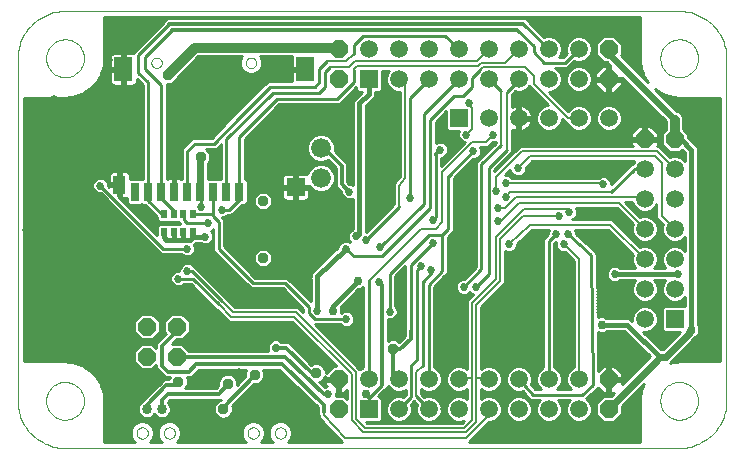
<source format=gbl>
G75*
%MOIN*%
%OFA0B0*%
%FSLAX24Y24*%
%IPPOS*%
%LPD*%
%AMOC8*
5,1,8,0,0,1.08239X$1,22.5*
%
%ADD10OC8,0.0600*%
%ADD11OC8,0.0340*%
%ADD12R,0.0591X0.0591*%
%ADD13C,0.0591*%
%ADD14C,0.0000*%
%ADD15C,0.0660*%
%ADD16OC8,0.0591*%
%ADD17R,0.0300X0.0600*%
%ADD18R,0.0400X0.0600*%
%ADD19R,0.0600X0.0800*%
%ADD20R,0.0600X0.0600*%
%ADD21R,0.0200X0.0300*%
%ADD22C,0.0300*%
%ADD23C,0.0160*%
%ADD24C,0.0240*%
%ADD25C,0.0337*%
%ADD26C,0.0320*%
%ADD27C,0.0376*%
%ADD28C,0.0120*%
%ADD29C,0.0270*%
%ADD30C,0.0100*%
%ADD31C,0.0320*%
%ADD32C,0.0080*%
%ADD33C,0.0090*%
%ADD34C,0.0297*%
%ADD35C,0.0280*%
D10*
X015087Y004716D03*
X015087Y005716D03*
X024087Y005716D03*
X024088Y004718D03*
X025287Y013716D03*
X026287Y013716D03*
X024087Y015716D03*
X024087Y016716D03*
X015087Y016716D03*
X015087Y015716D03*
D11*
X012556Y011660D03*
X012556Y009738D03*
D12*
X019087Y014416D03*
X016087Y015716D03*
X026287Y007716D03*
X016087Y004716D03*
D13*
X017087Y004716D03*
X018087Y004716D03*
X019087Y004716D03*
X020087Y004716D03*
X021087Y004716D03*
X022087Y004716D03*
X023087Y004716D03*
X023087Y005716D03*
X022087Y005716D03*
X021087Y005716D03*
X020087Y005716D03*
X019087Y005716D03*
X018087Y005716D03*
X017087Y005716D03*
X016087Y005716D03*
X025287Y007716D03*
X025287Y008716D03*
X026287Y008716D03*
X026287Y009716D03*
X025287Y009716D03*
X025287Y010716D03*
X026287Y010716D03*
X026287Y011716D03*
X025287Y011716D03*
X025287Y012716D03*
X026287Y012716D03*
X024087Y014416D03*
X023087Y014416D03*
X022087Y014416D03*
X021087Y014416D03*
X020087Y014416D03*
X020087Y015716D03*
X021087Y015716D03*
X022087Y015716D03*
X023087Y015716D03*
X023087Y016716D03*
X022087Y016716D03*
X021087Y016716D03*
X020087Y016716D03*
X019087Y016716D03*
X018087Y016716D03*
X017087Y016716D03*
X016087Y016716D03*
X017087Y015716D03*
X018087Y015716D03*
X019087Y015716D03*
D14*
X026434Y003416D02*
X005961Y003416D01*
X005331Y004990D02*
X005333Y005040D01*
X005339Y005090D01*
X005349Y005139D01*
X005363Y005187D01*
X005380Y005234D01*
X005401Y005279D01*
X005426Y005323D01*
X005454Y005364D01*
X005486Y005403D01*
X005520Y005440D01*
X005557Y005474D01*
X005597Y005504D01*
X005639Y005531D01*
X005683Y005555D01*
X005729Y005576D01*
X005776Y005592D01*
X005824Y005605D01*
X005874Y005614D01*
X005923Y005619D01*
X005974Y005620D01*
X006024Y005617D01*
X006073Y005610D01*
X006122Y005599D01*
X006170Y005584D01*
X006216Y005566D01*
X006261Y005544D01*
X006304Y005518D01*
X006345Y005489D01*
X006384Y005457D01*
X006420Y005422D01*
X006452Y005384D01*
X006482Y005344D01*
X006509Y005301D01*
X006532Y005257D01*
X006551Y005211D01*
X006567Y005163D01*
X006579Y005114D01*
X006587Y005065D01*
X006591Y005015D01*
X006591Y004965D01*
X006587Y004915D01*
X006579Y004866D01*
X006567Y004817D01*
X006551Y004769D01*
X006532Y004723D01*
X006509Y004679D01*
X006482Y004636D01*
X006452Y004596D01*
X006420Y004558D01*
X006384Y004523D01*
X006345Y004491D01*
X006304Y004462D01*
X006261Y004436D01*
X006216Y004414D01*
X006170Y004396D01*
X006122Y004381D01*
X006073Y004370D01*
X006024Y004363D01*
X005974Y004360D01*
X005923Y004361D01*
X005874Y004366D01*
X005824Y004375D01*
X005776Y004388D01*
X005729Y004404D01*
X005683Y004425D01*
X005639Y004449D01*
X005597Y004476D01*
X005557Y004506D01*
X005520Y004540D01*
X005486Y004577D01*
X005454Y004616D01*
X005426Y004657D01*
X005401Y004701D01*
X005380Y004746D01*
X005363Y004793D01*
X005349Y004841D01*
X005339Y004890D01*
X005333Y004940D01*
X005331Y004990D01*
X004386Y004990D02*
X004388Y004913D01*
X004394Y004836D01*
X004403Y004759D01*
X004416Y004683D01*
X004433Y004607D01*
X004454Y004533D01*
X004478Y004459D01*
X004506Y004387D01*
X004537Y004317D01*
X004572Y004248D01*
X004610Y004180D01*
X004651Y004115D01*
X004696Y004052D01*
X004744Y003991D01*
X004794Y003932D01*
X004847Y003876D01*
X004903Y003823D01*
X004962Y003773D01*
X005023Y003725D01*
X005086Y003680D01*
X005151Y003639D01*
X005219Y003601D01*
X005288Y003566D01*
X005358Y003535D01*
X005430Y003507D01*
X005504Y003483D01*
X005578Y003462D01*
X005654Y003445D01*
X005730Y003432D01*
X005807Y003423D01*
X005884Y003417D01*
X005961Y003415D01*
X005884Y003417D01*
X005807Y003423D01*
X005730Y003432D01*
X005654Y003445D01*
X005578Y003462D01*
X005504Y003483D01*
X005430Y003507D01*
X005358Y003535D01*
X005288Y003566D01*
X005219Y003601D01*
X005151Y003639D01*
X005086Y003680D01*
X005023Y003725D01*
X004962Y003773D01*
X004903Y003823D01*
X004847Y003876D01*
X004794Y003932D01*
X004744Y003991D01*
X004696Y004052D01*
X004651Y004115D01*
X004610Y004180D01*
X004572Y004248D01*
X004537Y004317D01*
X004506Y004387D01*
X004478Y004459D01*
X004454Y004533D01*
X004433Y004607D01*
X004416Y004683D01*
X004403Y004759D01*
X004394Y004836D01*
X004388Y004913D01*
X004386Y004990D01*
X004387Y004990D02*
X004387Y016408D01*
X005331Y016408D02*
X005333Y016458D01*
X005339Y016508D01*
X005349Y016557D01*
X005363Y016605D01*
X005380Y016652D01*
X005401Y016697D01*
X005426Y016741D01*
X005454Y016782D01*
X005486Y016821D01*
X005520Y016858D01*
X005557Y016892D01*
X005597Y016922D01*
X005639Y016949D01*
X005683Y016973D01*
X005729Y016994D01*
X005776Y017010D01*
X005824Y017023D01*
X005874Y017032D01*
X005923Y017037D01*
X005974Y017038D01*
X006024Y017035D01*
X006073Y017028D01*
X006122Y017017D01*
X006170Y017002D01*
X006216Y016984D01*
X006261Y016962D01*
X006304Y016936D01*
X006345Y016907D01*
X006384Y016875D01*
X006420Y016840D01*
X006452Y016802D01*
X006482Y016762D01*
X006509Y016719D01*
X006532Y016675D01*
X006551Y016629D01*
X006567Y016581D01*
X006579Y016532D01*
X006587Y016483D01*
X006591Y016433D01*
X006591Y016383D01*
X006587Y016333D01*
X006579Y016284D01*
X006567Y016235D01*
X006551Y016187D01*
X006532Y016141D01*
X006509Y016097D01*
X006482Y016054D01*
X006452Y016014D01*
X006420Y015976D01*
X006384Y015941D01*
X006345Y015909D01*
X006304Y015880D01*
X006261Y015854D01*
X006216Y015832D01*
X006170Y015814D01*
X006122Y015799D01*
X006073Y015788D01*
X006024Y015781D01*
X005974Y015778D01*
X005923Y015779D01*
X005874Y015784D01*
X005824Y015793D01*
X005776Y015806D01*
X005729Y015822D01*
X005683Y015843D01*
X005639Y015867D01*
X005597Y015894D01*
X005557Y015924D01*
X005520Y015958D01*
X005486Y015995D01*
X005454Y016034D01*
X005426Y016075D01*
X005401Y016119D01*
X005380Y016164D01*
X005363Y016211D01*
X005349Y016259D01*
X005339Y016308D01*
X005333Y016358D01*
X005331Y016408D01*
X004386Y016408D02*
X004388Y016485D01*
X004394Y016562D01*
X004403Y016639D01*
X004416Y016715D01*
X004433Y016791D01*
X004454Y016865D01*
X004478Y016939D01*
X004506Y017011D01*
X004537Y017081D01*
X004572Y017150D01*
X004610Y017218D01*
X004651Y017283D01*
X004696Y017346D01*
X004744Y017407D01*
X004794Y017466D01*
X004847Y017522D01*
X004903Y017575D01*
X004962Y017625D01*
X005023Y017673D01*
X005086Y017718D01*
X005151Y017759D01*
X005219Y017797D01*
X005288Y017832D01*
X005358Y017863D01*
X005430Y017891D01*
X005504Y017915D01*
X005578Y017936D01*
X005654Y017953D01*
X005730Y017966D01*
X005807Y017975D01*
X005884Y017981D01*
X005961Y017983D01*
X026434Y017983D01*
X025804Y016408D02*
X025806Y016458D01*
X025812Y016508D01*
X025822Y016557D01*
X025836Y016605D01*
X025853Y016652D01*
X025874Y016697D01*
X025899Y016741D01*
X025927Y016782D01*
X025959Y016821D01*
X025993Y016858D01*
X026030Y016892D01*
X026070Y016922D01*
X026112Y016949D01*
X026156Y016973D01*
X026202Y016994D01*
X026249Y017010D01*
X026297Y017023D01*
X026347Y017032D01*
X026396Y017037D01*
X026447Y017038D01*
X026497Y017035D01*
X026546Y017028D01*
X026595Y017017D01*
X026643Y017002D01*
X026689Y016984D01*
X026734Y016962D01*
X026777Y016936D01*
X026818Y016907D01*
X026857Y016875D01*
X026893Y016840D01*
X026925Y016802D01*
X026955Y016762D01*
X026982Y016719D01*
X027005Y016675D01*
X027024Y016629D01*
X027040Y016581D01*
X027052Y016532D01*
X027060Y016483D01*
X027064Y016433D01*
X027064Y016383D01*
X027060Y016333D01*
X027052Y016284D01*
X027040Y016235D01*
X027024Y016187D01*
X027005Y016141D01*
X026982Y016097D01*
X026955Y016054D01*
X026925Y016014D01*
X026893Y015976D01*
X026857Y015941D01*
X026818Y015909D01*
X026777Y015880D01*
X026734Y015854D01*
X026689Y015832D01*
X026643Y015814D01*
X026595Y015799D01*
X026546Y015788D01*
X026497Y015781D01*
X026447Y015778D01*
X026396Y015779D01*
X026347Y015784D01*
X026297Y015793D01*
X026249Y015806D01*
X026202Y015822D01*
X026156Y015843D01*
X026112Y015867D01*
X026070Y015894D01*
X026030Y015924D01*
X025993Y015958D01*
X025959Y015995D01*
X025927Y016034D01*
X025899Y016075D01*
X025874Y016119D01*
X025853Y016164D01*
X025836Y016211D01*
X025822Y016259D01*
X025812Y016308D01*
X025806Y016358D01*
X025804Y016408D01*
X026434Y017983D02*
X026511Y017981D01*
X026588Y017975D01*
X026665Y017966D01*
X026741Y017953D01*
X026817Y017936D01*
X026891Y017915D01*
X026965Y017891D01*
X027037Y017863D01*
X027107Y017832D01*
X027176Y017797D01*
X027244Y017759D01*
X027309Y017718D01*
X027372Y017673D01*
X027433Y017625D01*
X027492Y017575D01*
X027548Y017522D01*
X027601Y017466D01*
X027651Y017407D01*
X027699Y017346D01*
X027744Y017283D01*
X027785Y017218D01*
X027823Y017150D01*
X027858Y017081D01*
X027889Y017011D01*
X027917Y016939D01*
X027941Y016865D01*
X027962Y016791D01*
X027979Y016715D01*
X027992Y016639D01*
X028001Y016562D01*
X028007Y016485D01*
X028009Y016408D01*
X028009Y004990D01*
X025804Y004990D02*
X025806Y005040D01*
X025812Y005090D01*
X025822Y005139D01*
X025836Y005187D01*
X025853Y005234D01*
X025874Y005279D01*
X025899Y005323D01*
X025927Y005364D01*
X025959Y005403D01*
X025993Y005440D01*
X026030Y005474D01*
X026070Y005504D01*
X026112Y005531D01*
X026156Y005555D01*
X026202Y005576D01*
X026249Y005592D01*
X026297Y005605D01*
X026347Y005614D01*
X026396Y005619D01*
X026447Y005620D01*
X026497Y005617D01*
X026546Y005610D01*
X026595Y005599D01*
X026643Y005584D01*
X026689Y005566D01*
X026734Y005544D01*
X026777Y005518D01*
X026818Y005489D01*
X026857Y005457D01*
X026893Y005422D01*
X026925Y005384D01*
X026955Y005344D01*
X026982Y005301D01*
X027005Y005257D01*
X027024Y005211D01*
X027040Y005163D01*
X027052Y005114D01*
X027060Y005065D01*
X027064Y005015D01*
X027064Y004965D01*
X027060Y004915D01*
X027052Y004866D01*
X027040Y004817D01*
X027024Y004769D01*
X027005Y004723D01*
X026982Y004679D01*
X026955Y004636D01*
X026925Y004596D01*
X026893Y004558D01*
X026857Y004523D01*
X026818Y004491D01*
X026777Y004462D01*
X026734Y004436D01*
X026689Y004414D01*
X026643Y004396D01*
X026595Y004381D01*
X026546Y004370D01*
X026497Y004363D01*
X026447Y004360D01*
X026396Y004361D01*
X026347Y004366D01*
X026297Y004375D01*
X026249Y004388D01*
X026202Y004404D01*
X026156Y004425D01*
X026112Y004449D01*
X026070Y004476D01*
X026030Y004506D01*
X025993Y004540D01*
X025959Y004577D01*
X025927Y004616D01*
X025899Y004657D01*
X025874Y004701D01*
X025853Y004746D01*
X025836Y004793D01*
X025822Y004841D01*
X025812Y004890D01*
X025806Y004940D01*
X025804Y004990D01*
X026434Y003415D02*
X026511Y003417D01*
X026588Y003423D01*
X026665Y003432D01*
X026741Y003445D01*
X026817Y003462D01*
X026891Y003483D01*
X026965Y003507D01*
X027037Y003535D01*
X027107Y003566D01*
X027176Y003601D01*
X027244Y003639D01*
X027309Y003680D01*
X027372Y003725D01*
X027433Y003773D01*
X027492Y003823D01*
X027548Y003876D01*
X027601Y003932D01*
X027651Y003991D01*
X027699Y004052D01*
X027744Y004115D01*
X027785Y004180D01*
X027823Y004248D01*
X027858Y004317D01*
X027889Y004387D01*
X027917Y004459D01*
X027941Y004533D01*
X027962Y004607D01*
X027979Y004683D01*
X027992Y004759D01*
X028001Y004836D01*
X028007Y004913D01*
X028009Y004990D01*
X028007Y004913D01*
X028001Y004836D01*
X027992Y004759D01*
X027979Y004683D01*
X027962Y004607D01*
X027941Y004533D01*
X027917Y004459D01*
X027889Y004387D01*
X027858Y004317D01*
X027823Y004248D01*
X027785Y004180D01*
X027744Y004115D01*
X027699Y004052D01*
X027651Y003991D01*
X027601Y003932D01*
X027548Y003876D01*
X027492Y003823D01*
X027433Y003773D01*
X027372Y003725D01*
X027309Y003680D01*
X027244Y003639D01*
X027176Y003601D01*
X027107Y003566D01*
X027037Y003535D01*
X026965Y003507D01*
X026891Y003483D01*
X026817Y003462D01*
X026741Y003445D01*
X026665Y003432D01*
X026588Y003423D01*
X026511Y003417D01*
X026434Y003415D01*
X012952Y003916D02*
X012954Y003943D01*
X012960Y003969D01*
X012969Y003994D01*
X012982Y004017D01*
X012998Y004038D01*
X013017Y004057D01*
X013038Y004073D01*
X013061Y004086D01*
X013086Y004095D01*
X013112Y004101D01*
X013139Y004103D01*
X013166Y004101D01*
X013192Y004095D01*
X013217Y004086D01*
X013240Y004073D01*
X013261Y004057D01*
X013280Y004038D01*
X013296Y004017D01*
X013309Y003994D01*
X013318Y003969D01*
X013324Y003943D01*
X013326Y003916D01*
X013324Y003889D01*
X013318Y003863D01*
X013309Y003838D01*
X013296Y003815D01*
X013280Y003794D01*
X013261Y003775D01*
X013240Y003759D01*
X013217Y003746D01*
X013192Y003737D01*
X013166Y003731D01*
X013139Y003729D01*
X013112Y003731D01*
X013086Y003737D01*
X013061Y003746D01*
X013038Y003759D01*
X013017Y003775D01*
X012998Y003794D01*
X012982Y003815D01*
X012969Y003838D01*
X012960Y003863D01*
X012954Y003889D01*
X012952Y003916D01*
X012047Y003916D02*
X012049Y003943D01*
X012055Y003969D01*
X012064Y003994D01*
X012077Y004017D01*
X012093Y004038D01*
X012112Y004057D01*
X012133Y004073D01*
X012156Y004086D01*
X012181Y004095D01*
X012207Y004101D01*
X012234Y004103D01*
X012261Y004101D01*
X012287Y004095D01*
X012312Y004086D01*
X012335Y004073D01*
X012356Y004057D01*
X012375Y004038D01*
X012391Y004017D01*
X012404Y003994D01*
X012413Y003969D01*
X012419Y003943D01*
X012421Y003916D01*
X012419Y003889D01*
X012413Y003863D01*
X012404Y003838D01*
X012391Y003815D01*
X012375Y003794D01*
X012356Y003775D01*
X012335Y003759D01*
X012312Y003746D01*
X012287Y003737D01*
X012261Y003731D01*
X012234Y003729D01*
X012207Y003731D01*
X012181Y003737D01*
X012156Y003746D01*
X012133Y003759D01*
X012112Y003775D01*
X012093Y003794D01*
X012077Y003815D01*
X012064Y003838D01*
X012055Y003863D01*
X012049Y003889D01*
X012047Y003916D01*
X009252Y003916D02*
X009254Y003943D01*
X009260Y003969D01*
X009269Y003994D01*
X009282Y004017D01*
X009298Y004038D01*
X009317Y004057D01*
X009338Y004073D01*
X009361Y004086D01*
X009386Y004095D01*
X009412Y004101D01*
X009439Y004103D01*
X009466Y004101D01*
X009492Y004095D01*
X009517Y004086D01*
X009540Y004073D01*
X009561Y004057D01*
X009580Y004038D01*
X009596Y004017D01*
X009609Y003994D01*
X009618Y003969D01*
X009624Y003943D01*
X009626Y003916D01*
X009624Y003889D01*
X009618Y003863D01*
X009609Y003838D01*
X009596Y003815D01*
X009580Y003794D01*
X009561Y003775D01*
X009540Y003759D01*
X009517Y003746D01*
X009492Y003737D01*
X009466Y003731D01*
X009439Y003729D01*
X009412Y003731D01*
X009386Y003737D01*
X009361Y003746D01*
X009338Y003759D01*
X009317Y003775D01*
X009298Y003794D01*
X009282Y003815D01*
X009269Y003838D01*
X009260Y003863D01*
X009254Y003889D01*
X009252Y003916D01*
X008347Y003916D02*
X008349Y003943D01*
X008355Y003969D01*
X008364Y003994D01*
X008377Y004017D01*
X008393Y004038D01*
X008412Y004057D01*
X008433Y004073D01*
X008456Y004086D01*
X008481Y004095D01*
X008507Y004101D01*
X008534Y004103D01*
X008561Y004101D01*
X008587Y004095D01*
X008612Y004086D01*
X008635Y004073D01*
X008656Y004057D01*
X008675Y004038D01*
X008691Y004017D01*
X008704Y003994D01*
X008713Y003969D01*
X008719Y003943D01*
X008721Y003916D01*
X008719Y003889D01*
X008713Y003863D01*
X008704Y003838D01*
X008691Y003815D01*
X008675Y003794D01*
X008656Y003775D01*
X008635Y003759D01*
X008612Y003746D01*
X008587Y003737D01*
X008561Y003731D01*
X008534Y003729D01*
X008507Y003731D01*
X008481Y003737D01*
X008456Y003746D01*
X008433Y003759D01*
X008412Y003775D01*
X008393Y003794D01*
X008377Y003815D01*
X008364Y003838D01*
X008355Y003863D01*
X008349Y003889D01*
X008347Y003916D01*
X008838Y016253D02*
X008840Y016279D01*
X008846Y016305D01*
X008855Y016329D01*
X008868Y016352D01*
X008885Y016372D01*
X008904Y016390D01*
X008926Y016405D01*
X008949Y016416D01*
X008974Y016424D01*
X009000Y016428D01*
X009026Y016428D01*
X009052Y016424D01*
X009077Y016416D01*
X009101Y016405D01*
X009122Y016390D01*
X009141Y016372D01*
X009158Y016352D01*
X009171Y016329D01*
X009180Y016305D01*
X009186Y016279D01*
X009188Y016253D01*
X009186Y016227D01*
X009180Y016201D01*
X009171Y016177D01*
X009158Y016154D01*
X009141Y016134D01*
X009122Y016116D01*
X009100Y016101D01*
X009077Y016090D01*
X009052Y016082D01*
X009026Y016078D01*
X009000Y016078D01*
X008974Y016082D01*
X008949Y016090D01*
X008925Y016101D01*
X008904Y016116D01*
X008885Y016134D01*
X008868Y016154D01*
X008855Y016177D01*
X008846Y016201D01*
X008840Y016227D01*
X008838Y016253D01*
X005961Y017983D02*
X005884Y017981D01*
X005807Y017975D01*
X005730Y017966D01*
X005654Y017953D01*
X005578Y017936D01*
X005504Y017915D01*
X005430Y017891D01*
X005358Y017863D01*
X005288Y017832D01*
X005219Y017797D01*
X005151Y017759D01*
X005086Y017718D01*
X005023Y017673D01*
X004962Y017625D01*
X004903Y017575D01*
X004847Y017522D01*
X004794Y017466D01*
X004744Y017407D01*
X004696Y017346D01*
X004651Y017283D01*
X004610Y017218D01*
X004572Y017150D01*
X004537Y017081D01*
X004506Y017011D01*
X004478Y016939D01*
X004454Y016865D01*
X004433Y016791D01*
X004416Y016715D01*
X004403Y016639D01*
X004394Y016562D01*
X004388Y016485D01*
X004386Y016408D01*
X011988Y016253D02*
X011990Y016279D01*
X011996Y016305D01*
X012005Y016329D01*
X012018Y016352D01*
X012035Y016372D01*
X012054Y016390D01*
X012076Y016405D01*
X012099Y016416D01*
X012124Y016424D01*
X012150Y016428D01*
X012176Y016428D01*
X012202Y016424D01*
X012227Y016416D01*
X012251Y016405D01*
X012272Y016390D01*
X012291Y016372D01*
X012308Y016352D01*
X012321Y016329D01*
X012330Y016305D01*
X012336Y016279D01*
X012338Y016253D01*
X012336Y016227D01*
X012330Y016201D01*
X012321Y016177D01*
X012308Y016154D01*
X012291Y016134D01*
X012272Y016116D01*
X012250Y016101D01*
X012227Y016090D01*
X012202Y016082D01*
X012176Y016078D01*
X012150Y016078D01*
X012124Y016082D01*
X012099Y016090D01*
X012075Y016101D01*
X012054Y016116D01*
X012035Y016134D01*
X012018Y016154D01*
X012005Y016177D01*
X011996Y016201D01*
X011990Y016227D01*
X011988Y016253D01*
X026434Y017983D02*
X026511Y017981D01*
X026588Y017975D01*
X026665Y017966D01*
X026741Y017953D01*
X026817Y017936D01*
X026891Y017915D01*
X026965Y017891D01*
X027037Y017863D01*
X027107Y017832D01*
X027176Y017797D01*
X027244Y017759D01*
X027309Y017718D01*
X027372Y017673D01*
X027433Y017625D01*
X027492Y017575D01*
X027548Y017522D01*
X027601Y017466D01*
X027651Y017407D01*
X027699Y017346D01*
X027744Y017283D01*
X027785Y017218D01*
X027823Y017150D01*
X027858Y017081D01*
X027889Y017011D01*
X027917Y016939D01*
X027941Y016865D01*
X027962Y016791D01*
X027979Y016715D01*
X027992Y016639D01*
X028001Y016562D01*
X028007Y016485D01*
X028009Y016408D01*
D15*
X014487Y013416D03*
X014487Y012416D03*
D16*
X009687Y007466D03*
X008687Y007466D03*
X008687Y006466D03*
X009687Y006466D03*
D17*
X009604Y011962D03*
X010037Y011962D03*
X010470Y011962D03*
X010903Y011962D03*
X011336Y011962D03*
X011769Y011962D03*
X009170Y011962D03*
X008737Y011962D03*
X008304Y011962D03*
D18*
X007774Y012198D03*
D19*
X007911Y016046D03*
X013974Y016046D03*
D20*
X013651Y012116D03*
D21*
X010212Y011216D03*
X009887Y011216D03*
X009587Y011216D03*
X009262Y011216D03*
X009262Y010616D03*
X009587Y010616D03*
X009887Y010616D03*
X010212Y010616D03*
D22*
X014898Y007998D03*
X015717Y008986D03*
X023851Y007524D03*
D23*
X024679Y007524D01*
X025787Y006466D01*
X026837Y007416D02*
X026837Y013366D01*
X026487Y013716D01*
X026287Y013716D01*
X026387Y009216D02*
X024287Y009216D01*
X017468Y011737D02*
X017457Y011737D01*
X015775Y010551D02*
X015666Y010470D01*
X015775Y010551D02*
X015775Y014907D01*
X016087Y015218D01*
X016087Y015716D01*
X017937Y015566D02*
X018087Y015716D01*
X010212Y010616D02*
X010187Y010591D01*
X010187Y010416D01*
X010237Y010466D01*
X010637Y010466D01*
X010187Y010416D02*
X010137Y010366D01*
X009887Y010366D01*
X009887Y010616D01*
X009887Y010416D01*
X009837Y010366D01*
X009587Y010366D01*
X009587Y010416D01*
X009587Y010616D01*
X009587Y010416D02*
X009537Y010366D01*
X009337Y010366D01*
X009262Y010441D01*
X009262Y010616D01*
X009604Y011962D02*
X009604Y013016D01*
X009587Y013016D01*
X014356Y009137D02*
X015335Y010066D01*
X014356Y009137D02*
X014356Y007998D01*
X014898Y007998D02*
X014898Y008167D01*
X015717Y008986D01*
D24*
X010470Y011962D02*
X010470Y013149D01*
X010487Y013116D01*
X024087Y016566D02*
X026287Y014366D01*
X026837Y007416D02*
X026837Y007316D01*
X025987Y006466D01*
X025787Y006466D01*
X024089Y004718D01*
X024088Y004718D01*
D25*
X009187Y004716D03*
X008687Y004716D03*
D26*
X009387Y015866D02*
X010287Y016766D01*
X015037Y016766D01*
X015087Y016716D01*
X024087Y016716D02*
X024087Y016566D01*
X026287Y014366D02*
X026287Y013716D01*
D27*
X019168Y010868D03*
X019168Y010118D03*
X016887Y006716D03*
X014337Y005916D03*
X012287Y005866D03*
X011387Y005566D03*
X011237Y004716D03*
X009737Y005616D03*
X006387Y007696D03*
X006387Y011916D03*
X009587Y013016D03*
X010487Y013116D03*
X009387Y015866D03*
D28*
X009537Y017366D02*
X021037Y017366D01*
X021237Y017566D02*
X009437Y017566D01*
X014487Y013416D02*
X014587Y013416D01*
X015187Y012816D01*
X015187Y012216D01*
X015437Y011966D01*
X018317Y013176D02*
X018317Y013209D01*
X018468Y013361D01*
X016431Y008946D02*
X016531Y008846D01*
X016531Y005527D01*
X016887Y005916D02*
X017087Y005716D01*
X016887Y005916D02*
X016887Y006716D01*
X017137Y006716D01*
X017487Y007066D01*
X017487Y007316D01*
X014337Y005916D02*
X014187Y005916D01*
X013337Y006766D01*
X012987Y006766D01*
X013287Y006466D02*
X009687Y006466D01*
X009637Y006466D01*
X009187Y006166D02*
X009387Y005966D01*
X010087Y005966D01*
X010337Y006216D01*
X013187Y006216D01*
X014587Y004866D01*
X014587Y004616D01*
X014587Y005216D02*
X013287Y006466D01*
X012287Y005866D02*
X011237Y004766D01*
X011237Y004716D01*
X011087Y005216D02*
X011387Y005566D01*
X011087Y005216D02*
X009387Y005216D01*
X009187Y005016D01*
X009187Y004716D01*
X008687Y004716D02*
X008687Y004866D01*
X009337Y005516D01*
X009637Y005516D01*
X009737Y005616D01*
X009187Y006166D02*
X009187Y006816D01*
X009687Y007316D01*
X009687Y007466D01*
X014587Y005216D02*
X014737Y005216D01*
X015954Y005216D02*
X016087Y005083D01*
X015987Y005216D02*
X015954Y005216D01*
D29*
X014737Y005216D03*
X018587Y004716D03*
X020087Y003696D03*
X018587Y006016D03*
X020387Y007666D03*
X021137Y008166D03*
X019661Y008786D03*
X019256Y008786D03*
X018160Y009363D03*
X017815Y009471D03*
X018219Y010240D03*
X018220Y011030D03*
X017457Y011737D03*
X015437Y011966D03*
X015666Y010470D03*
X015991Y010357D03*
X016457Y010117D03*
X015335Y010066D03*
X016431Y008946D03*
X016787Y007966D03*
X015337Y007716D03*
X014356Y007998D03*
X010637Y010466D03*
X010037Y010066D03*
X010037Y009316D03*
X009737Y009066D03*
X008987Y009866D03*
X010737Y010916D03*
X010487Y011466D03*
X011187Y011366D03*
X011387Y010966D03*
X007137Y012166D03*
X018468Y013361D03*
X019337Y013866D03*
X019571Y013316D03*
X020242Y013866D03*
X019437Y014916D03*
X021064Y012736D03*
X020646Y012254D03*
X020332Y011991D03*
X020646Y011794D03*
X020382Y011420D03*
X020382Y010974D03*
X020755Y010216D03*
X022328Y010555D03*
X022730Y010559D03*
X022591Y010211D03*
X023482Y010569D03*
X023737Y009966D03*
X024287Y009216D03*
X023887Y008166D03*
X024257Y007156D03*
X026387Y009216D03*
X023887Y011266D03*
X022757Y011275D03*
X022417Y011146D03*
X023906Y012206D03*
X022417Y009496D03*
D30*
X022267Y009523D02*
X022917Y009523D01*
X022917Y009621D02*
X022267Y009621D01*
X022267Y009720D02*
X022842Y009720D01*
X022917Y009645D02*
X022615Y009946D01*
X022538Y009946D01*
X022441Y009986D01*
X022366Y010061D01*
X022326Y010158D01*
X022326Y010264D01*
X022337Y010290D01*
X022318Y010290D01*
X022267Y010239D01*
X022267Y006101D01*
X022328Y006076D01*
X022447Y005957D01*
X022512Y005800D01*
X022512Y005631D01*
X022447Y005475D01*
X022348Y005376D01*
X022825Y005376D01*
X022726Y005475D01*
X022661Y005631D01*
X022661Y005800D01*
X022726Y005957D01*
X022846Y006076D01*
X022917Y006106D01*
X022917Y009645D01*
X022917Y009424D02*
X022267Y009424D01*
X022267Y009326D02*
X022917Y009326D01*
X022917Y009227D02*
X022267Y009227D01*
X022267Y009129D02*
X022917Y009129D01*
X022917Y009030D02*
X022267Y009030D01*
X022267Y008932D02*
X022917Y008932D01*
X022917Y008833D02*
X022267Y008833D01*
X022267Y008735D02*
X022917Y008735D01*
X022917Y008636D02*
X022267Y008636D01*
X022267Y008538D02*
X022917Y008538D01*
X022917Y008439D02*
X022267Y008439D01*
X022267Y008341D02*
X022917Y008341D01*
X022917Y008242D02*
X022267Y008242D01*
X022267Y008144D02*
X022917Y008144D01*
X022917Y008045D02*
X022267Y008045D01*
X022267Y007947D02*
X022917Y007947D01*
X022917Y007848D02*
X022267Y007848D01*
X022267Y007750D02*
X022917Y007750D01*
X022917Y007651D02*
X022267Y007651D01*
X022267Y007553D02*
X022917Y007553D01*
X022917Y007454D02*
X022267Y007454D01*
X022267Y007356D02*
X022917Y007356D01*
X022917Y007257D02*
X022267Y007257D01*
X022267Y007159D02*
X022917Y007159D01*
X022917Y007060D02*
X022267Y007060D01*
X022267Y006962D02*
X022917Y006962D01*
X022917Y006863D02*
X022267Y006863D01*
X022267Y006765D02*
X022917Y006765D01*
X022917Y006666D02*
X022267Y006666D01*
X022267Y006568D02*
X022917Y006568D01*
X022917Y006469D02*
X022267Y006469D01*
X022267Y006371D02*
X022917Y006371D01*
X022917Y006272D02*
X022267Y006272D01*
X022267Y006174D02*
X022917Y006174D01*
X022845Y006075D02*
X022329Y006075D01*
X022427Y005977D02*
X022746Y005977D01*
X022694Y005878D02*
X022480Y005878D01*
X022512Y005780D02*
X022661Y005780D01*
X022661Y005681D02*
X022512Y005681D01*
X022492Y005583D02*
X022681Y005583D01*
X022722Y005484D02*
X022451Y005484D01*
X022358Y005386D02*
X022815Y005386D01*
X023193Y005196D02*
X023559Y005512D01*
X023509Y009840D01*
X022730Y010559D01*
X022995Y010560D02*
X022995Y010612D01*
X022961Y010696D01*
X024058Y010696D01*
X024888Y009865D01*
X024861Y009800D01*
X024861Y009631D01*
X024926Y009475D01*
X024975Y009426D01*
X024451Y009426D01*
X024437Y009440D01*
X024339Y009481D01*
X024234Y009481D01*
X024137Y009440D01*
X024062Y009366D01*
X024022Y009268D01*
X024022Y009163D01*
X024062Y009066D01*
X024137Y008991D01*
X024234Y008951D01*
X024339Y008951D01*
X024437Y008991D01*
X024451Y009006D01*
X024975Y009006D01*
X024926Y008957D01*
X024861Y008800D01*
X024861Y008631D01*
X024926Y008475D01*
X025046Y008355D01*
X025202Y008290D01*
X025371Y008290D01*
X025528Y008355D01*
X025647Y008475D01*
X025712Y008631D01*
X025712Y008800D01*
X025647Y008957D01*
X025598Y009006D01*
X025975Y009006D01*
X025926Y008957D01*
X025861Y008800D01*
X025861Y008631D01*
X025926Y008475D01*
X026046Y008355D01*
X026202Y008290D01*
X026371Y008290D01*
X026528Y008355D01*
X026627Y008454D01*
X026627Y008141D01*
X025937Y008141D01*
X025861Y008065D01*
X025861Y007366D01*
X025937Y007290D01*
X026458Y007290D01*
X025883Y006716D01*
X025834Y006716D01*
X025833Y006716D01*
X025828Y006716D01*
X025227Y007290D01*
X025371Y007290D01*
X025528Y007355D01*
X025647Y007475D01*
X025712Y007631D01*
X025712Y007800D01*
X025647Y007957D01*
X025528Y008076D01*
X025371Y008141D01*
X025202Y008141D01*
X025046Y008076D01*
X024926Y007957D01*
X024861Y007800D01*
X024861Y007639D01*
X024825Y007674D01*
X024766Y007734D01*
X024763Y007734D01*
X024761Y007736D01*
X024676Y007734D01*
X024037Y007734D01*
X024010Y007761D01*
X023907Y007804D01*
X023796Y007804D01*
X023713Y007769D01*
X023690Y009771D01*
X023692Y009773D01*
X023689Y009845D01*
X023688Y009917D01*
X023686Y009919D01*
X023686Y009922D01*
X023633Y009971D01*
X023582Y010021D01*
X023579Y010021D01*
X022995Y010560D01*
X022995Y010606D02*
X024148Y010606D01*
X024246Y010508D02*
X023052Y010508D01*
X023158Y010409D02*
X024345Y010409D01*
X024443Y010311D02*
X023265Y010311D01*
X023372Y010212D02*
X024542Y010212D01*
X024640Y010114D02*
X023478Y010114D01*
X023588Y010015D02*
X024739Y010015D01*
X024837Y009917D02*
X023688Y009917D01*
X023690Y009818D02*
X024869Y009818D01*
X024861Y009720D02*
X023690Y009720D01*
X023692Y009621D02*
X024865Y009621D01*
X024906Y009523D02*
X023693Y009523D01*
X023694Y009424D02*
X024120Y009424D01*
X024045Y009326D02*
X023695Y009326D01*
X023696Y009227D02*
X024022Y009227D01*
X024036Y009129D02*
X023697Y009129D01*
X023698Y009030D02*
X024097Y009030D01*
X023700Y008932D02*
X024916Y008932D01*
X024875Y008833D02*
X023701Y008833D01*
X023702Y008735D02*
X024861Y008735D01*
X024861Y008636D02*
X023703Y008636D01*
X023704Y008538D02*
X024900Y008538D01*
X024962Y008439D02*
X023705Y008439D01*
X023706Y008341D02*
X025081Y008341D01*
X025015Y008045D02*
X023710Y008045D01*
X023711Y007947D02*
X024922Y007947D01*
X024881Y007848D02*
X023712Y007848D01*
X024021Y007750D02*
X024861Y007750D01*
X024849Y007651D02*
X024861Y007651D01*
X024594Y007314D02*
X025459Y006488D01*
X024537Y005538D01*
X024537Y005666D01*
X024137Y005666D01*
X024137Y005766D01*
X024037Y005766D01*
X024037Y006166D01*
X023900Y006166D01*
X023733Y005999D01*
X023719Y007276D01*
X023796Y007244D01*
X023907Y007244D01*
X024010Y007286D01*
X024037Y007314D01*
X024594Y007314D01*
X024654Y007257D02*
X023940Y007257D01*
X023763Y007257D02*
X023719Y007257D01*
X023720Y007159D02*
X024757Y007159D01*
X024860Y007060D02*
X023721Y007060D01*
X023722Y006962D02*
X024963Y006962D01*
X025066Y006863D02*
X023723Y006863D01*
X023725Y006765D02*
X025169Y006765D01*
X025273Y006666D02*
X023726Y006666D01*
X023727Y006568D02*
X025376Y006568D01*
X025441Y006469D02*
X023728Y006469D01*
X023729Y006371D02*
X025346Y006371D01*
X025250Y006272D02*
X023730Y006272D01*
X023731Y006174D02*
X025154Y006174D01*
X025059Y006075D02*
X024364Y006075D01*
X024273Y006166D02*
X024137Y006166D01*
X024137Y005766D01*
X024537Y005766D01*
X024537Y005902D01*
X024273Y006166D01*
X024137Y006075D02*
X024037Y006075D01*
X024037Y005977D02*
X024137Y005977D01*
X024137Y005878D02*
X024037Y005878D01*
X024037Y005780D02*
X024137Y005780D01*
X024137Y005681D02*
X024676Y005681D01*
X024580Y005583D02*
X024537Y005583D01*
X024537Y005780D02*
X024772Y005780D01*
X024867Y005878D02*
X024537Y005878D01*
X024462Y005977D02*
X024963Y005977D01*
X025247Y005551D02*
X025241Y005535D01*
X025220Y005496D01*
X025223Y005486D01*
X025194Y005409D01*
X025185Y005403D01*
X025176Y005360D01*
X025160Y005318D01*
X025164Y005309D01*
X025147Y005228D01*
X025139Y005221D01*
X025136Y005177D01*
X025126Y005134D01*
X025132Y005125D01*
X025127Y005048D01*
X025123Y005044D01*
X025123Y004995D01*
X025119Y004946D01*
X025123Y004942D01*
X025123Y003616D01*
X019427Y003616D01*
X020102Y004290D01*
X020171Y004290D01*
X020328Y004355D01*
X020447Y004475D01*
X020512Y004631D01*
X020512Y004800D01*
X020447Y004957D01*
X020328Y005076D01*
X020171Y005141D01*
X020002Y005141D01*
X019846Y005076D01*
X019827Y005057D01*
X019827Y005374D01*
X019846Y005355D01*
X020002Y005290D01*
X020171Y005290D01*
X020328Y005355D01*
X020447Y005475D01*
X020512Y005631D01*
X020512Y005800D01*
X020447Y005957D01*
X020328Y006076D01*
X020171Y006141D01*
X020002Y006141D01*
X019846Y006076D01*
X019827Y006057D01*
X019827Y008116D01*
X020527Y008817D01*
X020627Y008916D01*
X020627Y009982D01*
X020702Y009951D01*
X020808Y009951D01*
X020905Y009991D01*
X020980Y010065D01*
X021020Y010163D01*
X021020Y010230D01*
X021520Y010696D01*
X022100Y010696D01*
X022063Y010608D01*
X022063Y010545D01*
X021907Y010388D01*
X021907Y006101D01*
X021846Y006076D01*
X021726Y005957D01*
X021661Y005800D01*
X021661Y005631D01*
X021726Y005475D01*
X021825Y005376D01*
X021637Y005376D01*
X021479Y005550D01*
X021512Y005631D01*
X021512Y005800D01*
X021447Y005957D01*
X021328Y006076D01*
X021171Y006141D01*
X021002Y006141D01*
X020846Y006076D01*
X020726Y005957D01*
X020661Y005800D01*
X020661Y005631D01*
X020726Y005475D01*
X020846Y005355D01*
X021002Y005290D01*
X021171Y005290D01*
X021213Y005308D01*
X021377Y005126D01*
X021377Y005121D01*
X021426Y005072D01*
X021473Y005020D01*
X021478Y005019D01*
X021482Y005016D01*
X021552Y005016D01*
X021622Y005012D01*
X021626Y005016D01*
X021785Y005016D01*
X021726Y004957D01*
X021661Y004800D01*
X021661Y004631D01*
X021726Y004475D01*
X021846Y004355D01*
X022002Y004290D01*
X022171Y004290D01*
X022328Y004355D01*
X022447Y004475D01*
X022512Y004631D01*
X022512Y004800D01*
X022447Y004957D01*
X022388Y005016D01*
X022785Y005016D01*
X022726Y004957D01*
X022661Y004800D01*
X022661Y004631D01*
X022726Y004475D01*
X022846Y004355D01*
X023002Y004290D01*
X023171Y004290D01*
X023328Y004355D01*
X023447Y004475D01*
X023512Y004631D01*
X023512Y004800D01*
X023447Y004957D01*
X023329Y005075D01*
X023627Y005332D01*
X023636Y005332D01*
X023682Y005380D01*
X023733Y005424D01*
X023734Y005432D01*
X023900Y005266D01*
X024037Y005266D01*
X024037Y005666D01*
X024137Y005666D01*
X024137Y005266D01*
X024272Y005266D01*
X024158Y005148D01*
X023910Y005148D01*
X023658Y004896D01*
X023658Y004540D01*
X023910Y004288D01*
X024266Y004288D01*
X024518Y004540D01*
X024518Y004801D01*
X025247Y005551D01*
X025222Y005484D02*
X025182Y005484D01*
X025181Y005386D02*
X025086Y005386D01*
X025160Y005287D02*
X024990Y005287D01*
X024895Y005189D02*
X025137Y005189D01*
X025130Y005090D02*
X024799Y005090D01*
X024703Y004992D02*
X025123Y004992D01*
X025123Y004893D02*
X024608Y004893D01*
X024518Y004795D02*
X025123Y004795D01*
X025123Y004696D02*
X024518Y004696D01*
X024518Y004598D02*
X025123Y004598D01*
X025123Y004499D02*
X024477Y004499D01*
X024379Y004401D02*
X025123Y004401D01*
X025123Y004302D02*
X024280Y004302D01*
X023896Y004302D02*
X023200Y004302D01*
X023373Y004401D02*
X023797Y004401D01*
X023699Y004499D02*
X023457Y004499D01*
X023498Y004598D02*
X023658Y004598D01*
X023658Y004696D02*
X023512Y004696D01*
X023512Y004795D02*
X023658Y004795D01*
X023658Y004893D02*
X023473Y004893D01*
X023412Y004992D02*
X023753Y004992D01*
X023852Y005090D02*
X023346Y005090D01*
X023460Y005189D02*
X024198Y005189D01*
X024137Y005287D02*
X024037Y005287D01*
X024037Y005386D02*
X024137Y005386D01*
X024137Y005484D02*
X024037Y005484D01*
X024037Y005583D02*
X024137Y005583D01*
X023879Y005287D02*
X023574Y005287D01*
X023689Y005386D02*
X023780Y005386D01*
X023193Y005196D02*
X021557Y005196D01*
X021087Y005716D01*
X021480Y005878D02*
X021694Y005878D01*
X021661Y005780D02*
X021512Y005780D01*
X021512Y005681D02*
X021661Y005681D01*
X021681Y005583D02*
X021492Y005583D01*
X021538Y005484D02*
X021722Y005484D01*
X021628Y005386D02*
X021815Y005386D01*
X021408Y005090D02*
X021294Y005090D01*
X021328Y005076D02*
X021171Y005141D01*
X021002Y005141D01*
X020846Y005076D01*
X020726Y004957D01*
X020661Y004800D01*
X020661Y004631D01*
X020726Y004475D01*
X020846Y004355D01*
X021002Y004290D01*
X021171Y004290D01*
X021328Y004355D01*
X021447Y004475D01*
X021512Y004631D01*
X021512Y004800D01*
X021447Y004957D01*
X021328Y005076D01*
X021320Y005189D02*
X019827Y005189D01*
X019827Y005287D02*
X021231Y005287D01*
X020879Y005090D02*
X020294Y005090D01*
X020412Y004992D02*
X020761Y004992D01*
X020700Y004893D02*
X020473Y004893D01*
X020512Y004795D02*
X020661Y004795D01*
X020661Y004696D02*
X020512Y004696D01*
X020498Y004598D02*
X020675Y004598D01*
X020716Y004499D02*
X020457Y004499D01*
X020373Y004401D02*
X020800Y004401D01*
X020974Y004302D02*
X020200Y004302D01*
X020015Y004204D02*
X025123Y004204D01*
X025123Y004105D02*
X019917Y004105D01*
X019818Y004007D02*
X025123Y004007D01*
X025123Y003908D02*
X019720Y003908D01*
X019621Y003810D02*
X025123Y003810D01*
X025123Y003711D02*
X019523Y003711D01*
X019187Y004256D02*
X016036Y004256D01*
X016001Y004290D01*
X016436Y004290D01*
X016512Y004366D01*
X016512Y005065D01*
X016436Y005141D01*
X016399Y005141D01*
X016595Y005337D01*
X016609Y005337D01*
X016721Y005448D01*
X016721Y005488D01*
X016726Y005475D01*
X016846Y005355D01*
X017002Y005290D01*
X017171Y005290D01*
X017328Y005355D01*
X017329Y005357D01*
X017329Y005206D01*
X017237Y005114D01*
X017171Y005141D01*
X017002Y005141D01*
X016846Y005076D01*
X016726Y004957D01*
X016661Y004800D01*
X016661Y004631D01*
X016726Y004475D01*
X016846Y004355D01*
X017002Y004290D01*
X017171Y004290D01*
X017328Y004355D01*
X017447Y004475D01*
X017512Y004631D01*
X017512Y004800D01*
X017485Y004866D01*
X017577Y004958D01*
X017587Y004968D01*
X017689Y004866D01*
X017661Y004800D01*
X017661Y004631D01*
X017726Y004475D01*
X017846Y004355D01*
X018002Y004290D01*
X018171Y004290D01*
X018328Y004355D01*
X018447Y004475D01*
X018512Y004631D01*
X018512Y004800D01*
X018447Y004957D01*
X018328Y005076D01*
X018171Y005141D01*
X018002Y005141D01*
X017936Y005114D01*
X017829Y005221D01*
X017829Y005372D01*
X017846Y005355D01*
X018002Y005290D01*
X018171Y005290D01*
X018328Y005355D01*
X018447Y005475D01*
X018512Y005631D01*
X018512Y005800D01*
X018447Y005957D01*
X018328Y006076D01*
X018267Y006101D01*
X018267Y008791D01*
X018611Y009136D01*
X018717Y009241D01*
X018717Y010441D01*
X018817Y010542D01*
X018820Y010542D01*
X018870Y010594D01*
X018921Y010645D01*
X018921Y010648D01*
X018923Y010650D01*
X018921Y010722D01*
X018921Y010794D01*
X018919Y010796D01*
X018917Y010868D01*
X018917Y012408D01*
X019560Y013051D01*
X019623Y013051D01*
X019721Y013092D01*
X019795Y013166D01*
X019836Y013263D01*
X019836Y013369D01*
X019804Y013446D01*
X020061Y013446D01*
X020217Y013601D01*
X020294Y013601D01*
X020317Y013610D01*
X020317Y013600D01*
X019662Y012946D01*
X019662Y009446D01*
X019267Y009051D01*
X019204Y009051D01*
X019106Y009010D01*
X019032Y008936D01*
X018991Y008838D01*
X018991Y008733D01*
X019032Y008636D01*
X019106Y008561D01*
X019204Y008521D01*
X019309Y008521D01*
X019406Y008561D01*
X019459Y008613D01*
X019511Y008561D01*
X019569Y008537D01*
X019347Y008315D01*
X019347Y006057D01*
X019328Y006076D01*
X019171Y006141D01*
X019002Y006141D01*
X018846Y006076D01*
X018726Y005957D01*
X018661Y005800D01*
X018661Y005631D01*
X018726Y005475D01*
X018846Y005355D01*
X019002Y005290D01*
X019171Y005290D01*
X019328Y005355D01*
X019347Y005374D01*
X019347Y005057D01*
X019328Y005076D01*
X019171Y005141D01*
X019002Y005141D01*
X018846Y005076D01*
X018726Y004957D01*
X018661Y004800D01*
X018661Y004631D01*
X018726Y004475D01*
X018846Y004355D01*
X019002Y004290D01*
X019171Y004290D01*
X019258Y004326D01*
X019187Y004256D01*
X019200Y004302D02*
X019234Y004302D01*
X018974Y004302D02*
X018200Y004302D01*
X018373Y004401D02*
X018800Y004401D01*
X018716Y004499D02*
X018457Y004499D01*
X018498Y004598D02*
X018675Y004598D01*
X018661Y004696D02*
X018512Y004696D01*
X018512Y004795D02*
X018661Y004795D01*
X018700Y004893D02*
X018473Y004893D01*
X018412Y004992D02*
X018761Y004992D01*
X018879Y005090D02*
X018294Y005090D01*
X018358Y005386D02*
X018815Y005386D01*
X018722Y005484D02*
X018451Y005484D01*
X018492Y005583D02*
X018681Y005583D01*
X018661Y005681D02*
X018512Y005681D01*
X018512Y005780D02*
X018661Y005780D01*
X018694Y005878D02*
X018480Y005878D01*
X018427Y005977D02*
X018746Y005977D01*
X018845Y006075D02*
X018329Y006075D01*
X018267Y006174D02*
X019347Y006174D01*
X019347Y006272D02*
X018267Y006272D01*
X018267Y006371D02*
X019347Y006371D01*
X019347Y006469D02*
X018267Y006469D01*
X018267Y006568D02*
X019347Y006568D01*
X019347Y006666D02*
X018267Y006666D01*
X018267Y006765D02*
X019347Y006765D01*
X019347Y006863D02*
X018267Y006863D01*
X018267Y006962D02*
X019347Y006962D01*
X019347Y007060D02*
X018267Y007060D01*
X018267Y007159D02*
X019347Y007159D01*
X019347Y007257D02*
X018267Y007257D01*
X018267Y007356D02*
X019347Y007356D01*
X019347Y007454D02*
X018267Y007454D01*
X018267Y007553D02*
X019347Y007553D01*
X019347Y007651D02*
X018267Y007651D01*
X018267Y007750D02*
X019347Y007750D01*
X019347Y007848D02*
X018267Y007848D01*
X018267Y007947D02*
X019347Y007947D01*
X019347Y008045D02*
X018267Y008045D01*
X018267Y008144D02*
X019347Y008144D01*
X019347Y008242D02*
X018267Y008242D01*
X018267Y008341D02*
X019372Y008341D01*
X019471Y008439D02*
X018267Y008439D01*
X018267Y008538D02*
X019163Y008538D01*
X019031Y008636D02*
X018267Y008636D01*
X018267Y008735D02*
X018991Y008735D01*
X018991Y008833D02*
X018309Y008833D01*
X018407Y008932D02*
X019030Y008932D01*
X019154Y009030D02*
X018506Y009030D01*
X018604Y009129D02*
X019345Y009129D01*
X019443Y009227D02*
X018703Y009227D01*
X018717Y009326D02*
X019542Y009326D01*
X019640Y009424D02*
X018717Y009424D01*
X018717Y009523D02*
X019662Y009523D01*
X019662Y009621D02*
X018717Y009621D01*
X018717Y009720D02*
X019662Y009720D01*
X019662Y009818D02*
X018717Y009818D01*
X018717Y009917D02*
X019662Y009917D01*
X019662Y010015D02*
X018717Y010015D01*
X018717Y010114D02*
X019662Y010114D01*
X019662Y010212D02*
X018717Y010212D01*
X018717Y010311D02*
X019662Y010311D01*
X019662Y010409D02*
X018717Y010409D01*
X018783Y010508D02*
X019662Y010508D01*
X019662Y010606D02*
X018882Y010606D01*
X018921Y010705D02*
X019662Y010705D01*
X019662Y010803D02*
X018918Y010803D01*
X018917Y010902D02*
X019662Y010902D01*
X019662Y011000D02*
X018917Y011000D01*
X018917Y011099D02*
X019662Y011099D01*
X019662Y011197D02*
X018917Y011197D01*
X018917Y011296D02*
X019662Y011296D01*
X019662Y011394D02*
X018917Y011394D01*
X018917Y011493D02*
X019662Y011493D01*
X019662Y011591D02*
X018917Y011591D01*
X018917Y011690D02*
X019662Y011690D01*
X019662Y011788D02*
X018917Y011788D01*
X018917Y011887D02*
X019662Y011887D01*
X019662Y011985D02*
X018917Y011985D01*
X018917Y012084D02*
X019662Y012084D01*
X019662Y012182D02*
X018917Y012182D01*
X018917Y012281D02*
X019662Y012281D01*
X019662Y012379D02*
X018917Y012379D01*
X018987Y012478D02*
X019662Y012478D01*
X019662Y012576D02*
X019085Y012576D01*
X019184Y012675D02*
X019662Y012675D01*
X019662Y012773D02*
X019282Y012773D01*
X019381Y012872D02*
X019662Y012872D01*
X019687Y012970D02*
X019479Y012970D01*
X019665Y013069D02*
X019785Y013069D01*
X019796Y013167D02*
X019884Y013167D01*
X019836Y013266D02*
X019982Y013266D01*
X020081Y013364D02*
X019836Y013364D01*
X020078Y013463D02*
X020179Y013463D01*
X020177Y013561D02*
X020278Y013561D01*
X020487Y013516D02*
X019842Y012871D01*
X019842Y009372D01*
X019257Y008786D01*
X019257Y008786D01*
X019256Y008786D01*
X019350Y008538D02*
X019567Y008538D01*
X019661Y008786D02*
X019661Y008790D01*
X020087Y009216D01*
X020087Y012766D01*
X020687Y013366D01*
X020867Y013364D02*
X020995Y013364D01*
X021017Y013386D02*
X020267Y012636D01*
X020267Y012691D01*
X020867Y013291D01*
X020867Y013440D01*
X020857Y013450D01*
X020857Y014033D01*
X020916Y014003D01*
X020982Y013981D01*
X021038Y013972D01*
X021038Y014367D01*
X021135Y014367D01*
X021135Y013972D01*
X021191Y013981D01*
X021258Y014003D01*
X021320Y014035D01*
X021377Y014076D01*
X021426Y014126D01*
X021467Y014182D01*
X021499Y014245D01*
X021521Y014311D01*
X021530Y014367D01*
X021135Y014367D01*
X021135Y014464D01*
X021530Y014464D01*
X021521Y014520D01*
X021499Y014587D01*
X021467Y014649D01*
X021426Y014706D01*
X021377Y014755D01*
X021320Y014796D01*
X021258Y014828D01*
X021191Y014850D01*
X021135Y014859D01*
X021135Y014464D01*
X021038Y014464D01*
X021038Y014859D01*
X020982Y014850D01*
X020916Y014828D01*
X020857Y014798D01*
X020857Y015188D01*
X020971Y015303D01*
X021002Y015290D01*
X021171Y015290D01*
X021328Y015355D01*
X021442Y015470D01*
X021516Y015396D01*
X022071Y014841D01*
X022002Y014841D01*
X021846Y014776D01*
X021726Y014657D01*
X021661Y014500D01*
X021661Y014331D01*
X021726Y014175D01*
X021846Y014055D01*
X022002Y013990D01*
X022171Y013990D01*
X022328Y014055D01*
X022447Y014175D01*
X022512Y014331D01*
X022512Y014400D01*
X022567Y014345D01*
X022666Y014246D01*
X022697Y014246D01*
X022726Y014175D01*
X022846Y014055D01*
X023002Y013990D01*
X023171Y013990D01*
X023328Y014055D01*
X023447Y014175D01*
X023512Y014331D01*
X023512Y014500D01*
X023447Y014657D01*
X023328Y014776D01*
X023171Y014841D01*
X023002Y014841D01*
X022846Y014776D01*
X022731Y014662D01*
X022102Y015290D01*
X022171Y015290D01*
X022328Y015355D01*
X022447Y015475D01*
X022512Y015631D01*
X022512Y015800D01*
X022447Y015957D01*
X022328Y016076D01*
X022305Y016086D01*
X022711Y016086D01*
X022941Y016316D01*
X023002Y016290D01*
X023171Y016290D01*
X023328Y016355D01*
X023447Y016475D01*
X023512Y016631D01*
X023512Y016800D01*
X023447Y016957D01*
X023328Y017076D01*
X023171Y017141D01*
X023002Y017141D01*
X022846Y017076D01*
X022726Y016957D01*
X022661Y016800D01*
X022661Y016631D01*
X022687Y016570D01*
X022562Y016446D01*
X022418Y016446D01*
X022447Y016475D01*
X022512Y016631D01*
X022512Y016800D01*
X022447Y016957D01*
X022328Y017076D01*
X022171Y017141D01*
X022002Y017141D01*
X021941Y017116D01*
X021427Y017630D01*
X021427Y017644D01*
X021315Y017756D01*
X009358Y017756D01*
X009247Y017644D01*
X009247Y017630D01*
X008212Y016596D01*
X007961Y016596D01*
X007961Y016096D01*
X007861Y016096D01*
X007861Y016596D01*
X007591Y016596D01*
X007553Y016585D01*
X007519Y016566D01*
X007491Y016538D01*
X007471Y016503D01*
X007461Y016465D01*
X007461Y016096D01*
X007861Y016096D01*
X007861Y015996D01*
X007461Y015996D01*
X007461Y015626D01*
X007471Y015588D01*
X007491Y015553D01*
X007519Y015526D01*
X007553Y015506D01*
X007591Y015496D01*
X007861Y015496D01*
X007861Y015996D01*
X007961Y015996D01*
X007961Y015496D01*
X008230Y015496D01*
X008269Y015506D01*
X008303Y015526D01*
X008331Y015553D01*
X008350Y015588D01*
X008361Y015626D01*
X008361Y015701D01*
X008557Y015532D01*
X008557Y012392D01*
X008534Y012392D01*
X008521Y012379D01*
X008508Y012392D01*
X008124Y012392D01*
X008124Y012518D01*
X008114Y012556D01*
X008094Y012590D01*
X008067Y012618D01*
X008032Y012638D01*
X007994Y012648D01*
X007824Y012648D01*
X007824Y012248D01*
X007724Y012248D01*
X007724Y012148D01*
X007424Y012148D01*
X007424Y012132D01*
X007402Y012155D01*
X007402Y012218D01*
X007361Y012316D01*
X007287Y012390D01*
X007189Y012431D01*
X007084Y012431D01*
X006987Y012390D01*
X006912Y012316D01*
X006872Y012218D01*
X006872Y012113D01*
X006912Y012016D01*
X006987Y011941D01*
X007084Y011901D01*
X007147Y011901D01*
X009057Y009991D01*
X009162Y009886D01*
X009842Y009886D01*
X009887Y009841D01*
X009984Y009801D01*
X010089Y009801D01*
X010187Y009841D01*
X010261Y009916D01*
X010302Y010013D01*
X010302Y010118D01*
X010268Y010200D01*
X010274Y010206D01*
X010324Y010256D01*
X010472Y010256D01*
X010487Y010241D01*
X010584Y010201D01*
X010689Y010201D01*
X010787Y010241D01*
X010861Y010316D01*
X010902Y010413D01*
X010902Y010518D01*
X010861Y010616D01*
X010816Y010661D01*
X010887Y010691D01*
X010907Y010711D01*
X010907Y009991D01*
X012162Y008736D01*
X012311Y008736D01*
X013212Y008736D01*
X013907Y008041D01*
X013907Y007935D01*
X013836Y008006D01*
X013736Y008106D01*
X011636Y008106D01*
X011373Y008368D01*
X011373Y008397D01*
X010274Y009496D01*
X010231Y009496D01*
X010187Y009540D01*
X010089Y009581D01*
X009984Y009581D01*
X009887Y009540D01*
X009812Y009466D01*
X009772Y009368D01*
X009772Y009331D01*
X009684Y009331D01*
X009587Y009290D01*
X009512Y009216D01*
X009472Y009118D01*
X009472Y009013D01*
X009512Y008916D01*
X009587Y008841D01*
X009684Y008801D01*
X009789Y008801D01*
X009887Y008841D01*
X009931Y008886D01*
X010149Y008886D01*
X011005Y008029D01*
X011034Y008029D01*
X011437Y007626D01*
X013537Y007626D01*
X014997Y006166D01*
X014900Y006166D01*
X014655Y005920D01*
X014655Y005979D01*
X014606Y006096D01*
X014517Y006185D01*
X014400Y006234D01*
X014273Y006234D01*
X014177Y006194D01*
X013415Y006956D01*
X013178Y006956D01*
X013140Y006995D01*
X013040Y007036D01*
X012933Y007036D01*
X012834Y006995D01*
X012758Y006919D01*
X012717Y006819D01*
X012717Y006712D01*
X012740Y006656D01*
X010098Y006656D01*
X009863Y006891D01*
X009531Y006891D01*
X009680Y007040D01*
X009863Y007040D01*
X010112Y007289D01*
X010112Y007642D01*
X009863Y007891D01*
X009510Y007891D01*
X009261Y007642D01*
X009261Y007289D01*
X009327Y007224D01*
X009108Y007006D01*
X008997Y006894D01*
X008997Y006757D01*
X008863Y006891D01*
X008510Y006891D01*
X008261Y006642D01*
X008261Y006289D01*
X008510Y006040D01*
X008863Y006040D01*
X008997Y006174D01*
X008997Y006087D01*
X009197Y005887D01*
X009308Y005776D01*
X009459Y005776D01*
X009430Y005706D01*
X009258Y005706D01*
X009147Y005594D01*
X008523Y004971D01*
X008518Y004969D01*
X008434Y004885D01*
X008388Y004775D01*
X008388Y004656D01*
X008434Y004547D01*
X008518Y004463D01*
X008627Y004417D01*
X008746Y004417D01*
X008856Y004463D01*
X008937Y004544D01*
X009018Y004463D01*
X009127Y004417D01*
X009246Y004417D01*
X009356Y004463D01*
X009440Y004547D01*
X009485Y004656D01*
X009485Y004775D01*
X009440Y004885D01*
X009382Y004942D01*
X009465Y005026D01*
X011016Y005026D01*
X011023Y005020D01*
X011094Y005026D01*
X011154Y005026D01*
X011056Y004985D01*
X010967Y004896D01*
X010919Y004779D01*
X010919Y004652D01*
X010967Y004535D01*
X011056Y004446D01*
X011173Y004398D01*
X011300Y004398D01*
X011417Y004446D01*
X011506Y004535D01*
X011555Y004652D01*
X011555Y004779D01*
X011542Y004810D01*
X012246Y005548D01*
X012350Y005548D01*
X012467Y005596D01*
X012556Y005685D01*
X012605Y005802D01*
X012605Y005929D01*
X012565Y006026D01*
X013110Y006026D01*
X014397Y004785D01*
X014397Y004537D01*
X014417Y004517D01*
X014414Y004451D01*
X014417Y004449D01*
X014417Y004445D01*
X014464Y004397D01*
X015117Y003699D01*
X015117Y003695D01*
X015164Y003647D01*
X015194Y003616D01*
X013387Y003616D01*
X013467Y003696D01*
X013526Y003839D01*
X013526Y003993D01*
X013467Y004135D01*
X013359Y004244D01*
X013216Y004303D01*
X013062Y004303D01*
X012920Y004244D01*
X012811Y004135D01*
X012752Y003993D01*
X012752Y003839D01*
X012811Y003696D01*
X012892Y003616D01*
X012481Y003616D01*
X012562Y003696D01*
X012621Y003839D01*
X012621Y003993D01*
X012562Y004135D01*
X012453Y004244D01*
X012311Y004303D01*
X012157Y004303D01*
X012015Y004244D01*
X011906Y004135D01*
X011847Y003993D01*
X011847Y003839D01*
X011906Y003696D01*
X011987Y003616D01*
X009687Y003616D01*
X009767Y003696D01*
X009826Y003839D01*
X009826Y003993D01*
X009767Y004135D01*
X009659Y004244D01*
X009516Y004303D01*
X009362Y004303D01*
X009220Y004244D01*
X009111Y004135D01*
X009052Y003993D01*
X009052Y003839D01*
X009111Y003696D01*
X009192Y003616D01*
X008781Y003616D01*
X008862Y003696D01*
X008921Y003839D01*
X008921Y003993D01*
X008862Y004135D01*
X008753Y004244D01*
X008611Y004303D01*
X008457Y004303D01*
X008315Y004244D01*
X008206Y004135D01*
X008147Y003993D01*
X008147Y003839D01*
X008206Y003696D01*
X008287Y003616D01*
X007273Y003616D01*
X007273Y004942D01*
X007276Y004946D01*
X007273Y004995D01*
X007273Y005044D01*
X007269Y005048D01*
X007263Y005125D01*
X007269Y005134D01*
X007260Y005177D01*
X007256Y005221D01*
X007248Y005228D01*
X007231Y005309D01*
X007235Y005318D01*
X007220Y005360D01*
X007210Y005403D01*
X007201Y005409D01*
X007173Y005486D01*
X007176Y005496D01*
X007154Y005535D01*
X007139Y005577D01*
X007129Y005581D01*
X007090Y005653D01*
X007091Y005664D01*
X007065Y005699D01*
X007043Y005739D01*
X007033Y005742D01*
X006984Y005807D01*
X006984Y005818D01*
X006953Y005849D01*
X006926Y005885D01*
X006915Y005886D01*
X006857Y005944D01*
X006856Y005955D01*
X006820Y005982D01*
X006789Y006013D01*
X006778Y006013D01*
X006713Y006062D01*
X006710Y006072D01*
X006670Y006094D01*
X006635Y006120D01*
X006624Y006119D01*
X006552Y006158D01*
X006548Y006168D01*
X006506Y006183D01*
X006467Y006205D01*
X006457Y006202D01*
X006380Y006230D01*
X006374Y006239D01*
X006331Y006249D01*
X006289Y006264D01*
X006280Y006260D01*
X006199Y006277D01*
X006192Y006285D01*
X006148Y006289D01*
X006105Y006298D01*
X006096Y006292D01*
X006019Y006298D01*
X006015Y006302D01*
X005966Y006302D01*
X005917Y006305D01*
X005913Y006302D01*
X004587Y006302D01*
X004587Y015097D01*
X005913Y015097D01*
X005917Y015093D01*
X005966Y015097D01*
X006015Y015097D01*
X006019Y015100D01*
X006096Y015106D01*
X006105Y015100D01*
X006148Y015110D01*
X006192Y015113D01*
X006199Y015121D01*
X006280Y015138D01*
X006289Y015134D01*
X006331Y015149D01*
X006374Y015159D01*
X006380Y015168D01*
X006457Y015196D01*
X006467Y015193D01*
X006506Y015215D01*
X006548Y015230D01*
X006552Y015240D01*
X006624Y015279D01*
X006635Y015278D01*
X006670Y015304D01*
X006710Y015326D01*
X006713Y015336D01*
X006778Y015385D01*
X006789Y015385D01*
X006820Y015417D01*
X006856Y015443D01*
X006857Y015454D01*
X006915Y015512D01*
X006926Y015513D01*
X006953Y015549D01*
X006984Y015580D01*
X006984Y015591D01*
X007033Y015657D01*
X007043Y015660D01*
X007065Y015699D01*
X007091Y015734D01*
X007090Y015745D01*
X007129Y015817D01*
X007139Y015821D01*
X007154Y015863D01*
X007176Y015902D01*
X007173Y015912D01*
X007201Y015989D01*
X007210Y015995D01*
X007220Y016038D01*
X007235Y016080D01*
X007231Y016090D01*
X007248Y016170D01*
X007256Y016177D01*
X007260Y016221D01*
X007269Y016265D01*
X007263Y016274D01*
X007269Y016350D01*
X007273Y016354D01*
X007273Y016403D01*
X007276Y016452D01*
X007273Y016456D01*
X007273Y017783D01*
X025123Y017783D01*
X025123Y016456D01*
X025119Y016452D01*
X025123Y016403D01*
X025123Y016354D01*
X025127Y016350D01*
X025132Y016274D01*
X025126Y016265D01*
X025136Y016221D01*
X025139Y016177D01*
X025147Y016170D01*
X025164Y016090D01*
X025160Y016080D01*
X025176Y016038D01*
X025185Y015995D01*
X025194Y015989D01*
X025223Y015912D01*
X025220Y015902D01*
X025241Y015863D01*
X025257Y015821D01*
X025266Y015817D01*
X025305Y015745D01*
X025304Y015734D01*
X025331Y015699D01*
X025352Y015660D01*
X025362Y015657D01*
X025401Y015605D01*
X024492Y016513D01*
X024517Y016538D01*
X024517Y016894D01*
X024265Y017146D01*
X023909Y017146D01*
X023657Y016894D01*
X023657Y016538D01*
X023909Y016286D01*
X024005Y016286D01*
X024019Y016280D01*
X024137Y016162D01*
X024137Y015766D01*
X024533Y015766D01*
X025997Y014302D01*
X025997Y014034D01*
X025857Y013894D01*
X025857Y013538D01*
X026109Y013286D01*
X026465Y013286D01*
X026542Y013363D01*
X026627Y013279D01*
X026627Y012977D01*
X026528Y013076D01*
X026371Y013141D01*
X026202Y013141D01*
X026131Y013112D01*
X025857Y013386D01*
X025757Y013486D01*
X025693Y013486D01*
X025737Y013529D01*
X025737Y013666D01*
X025337Y013666D01*
X025337Y013766D01*
X025237Y013766D01*
X025237Y014166D01*
X025100Y014166D01*
X024837Y013902D01*
X024837Y013766D01*
X025237Y013766D01*
X025237Y013666D01*
X024837Y013666D01*
X024837Y013529D01*
X024880Y013486D01*
X021116Y013486D01*
X021017Y013386D01*
X021017Y013386D01*
X021093Y013463D02*
X020857Y013463D01*
X020857Y013561D02*
X024837Y013561D01*
X024837Y013660D02*
X020857Y013660D01*
X020857Y013758D02*
X025237Y013758D01*
X025237Y013857D02*
X025337Y013857D01*
X025337Y013766D02*
X025337Y014166D01*
X025473Y014166D01*
X025737Y013902D01*
X025737Y013766D01*
X025337Y013766D01*
X025337Y013758D02*
X025857Y013758D01*
X025857Y013660D02*
X025737Y013660D01*
X025737Y013561D02*
X025857Y013561D01*
X025931Y013463D02*
X025780Y013463D01*
X025879Y013364D02*
X026030Y013364D01*
X025977Y013266D02*
X026627Y013266D01*
X026627Y013167D02*
X026076Y013167D01*
X026535Y013069D02*
X026627Y013069D01*
X027047Y013069D02*
X027809Y013069D01*
X027809Y013167D02*
X027047Y013167D01*
X027047Y013266D02*
X027809Y013266D01*
X027809Y013364D02*
X027047Y013364D01*
X027047Y013453D02*
X027047Y007559D01*
X027049Y007557D01*
X027087Y007465D01*
X027087Y007266D01*
X027049Y007174D01*
X026978Y007104D01*
X026140Y006265D01*
X026196Y006277D01*
X026203Y006285D01*
X026247Y006289D01*
X026291Y006298D01*
X026300Y006292D01*
X026376Y006298D01*
X026380Y006302D01*
X026429Y006302D01*
X026478Y006305D01*
X026482Y006302D01*
X027809Y006302D01*
X027809Y015097D01*
X026482Y015097D01*
X026478Y015093D01*
X026429Y015097D01*
X026380Y015097D01*
X026376Y015100D01*
X026300Y015106D01*
X026291Y015100D01*
X026247Y015110D01*
X026203Y015113D01*
X026196Y015121D01*
X026116Y015138D01*
X026106Y015134D01*
X026064Y015149D01*
X026021Y015159D01*
X026015Y015168D01*
X025938Y015196D01*
X025928Y015193D01*
X025889Y015215D01*
X025847Y015230D01*
X025843Y015240D01*
X025771Y015279D01*
X025761Y015278D01*
X025725Y015304D01*
X025686Y015326D01*
X025683Y015336D01*
X025631Y015375D01*
X026354Y014651D01*
X026451Y014611D01*
X026532Y014530D01*
X026577Y014423D01*
X026577Y014034D01*
X026717Y013894D01*
X026717Y013783D01*
X026924Y013576D01*
X027047Y013453D01*
X027037Y013463D02*
X027809Y013463D01*
X027809Y013561D02*
X026938Y013561D01*
X026840Y013660D02*
X027809Y013660D01*
X027809Y013758D02*
X026741Y013758D01*
X026717Y013857D02*
X027809Y013857D01*
X027809Y013955D02*
X026655Y013955D01*
X026577Y014054D02*
X027809Y014054D01*
X027809Y014152D02*
X026577Y014152D01*
X026577Y014251D02*
X027809Y014251D01*
X027809Y014349D02*
X026577Y014349D01*
X026567Y014448D02*
X027809Y014448D01*
X027809Y014546D02*
X026516Y014546D01*
X026371Y014645D02*
X027809Y014645D01*
X027809Y014743D02*
X026263Y014743D01*
X026164Y014842D02*
X027809Y014842D01*
X027809Y014940D02*
X026066Y014940D01*
X025967Y015039D02*
X027809Y015039D01*
X026121Y015137D02*
X026113Y015137D01*
X026097Y015137D02*
X025869Y015137D01*
X025845Y015236D02*
X025770Y015236D01*
X025683Y015334D02*
X025672Y015334D01*
X025260Y015039D02*
X022354Y015039D01*
X022255Y015137D02*
X025162Y015137D01*
X025063Y015236D02*
X022157Y015236D01*
X022277Y015334D02*
X022896Y015334D01*
X022846Y015355D02*
X023002Y015290D01*
X023171Y015290D01*
X023328Y015355D01*
X023447Y015475D01*
X023512Y015631D01*
X023512Y015800D01*
X023447Y015957D01*
X023328Y016076D01*
X023171Y016141D01*
X023002Y016141D01*
X022846Y016076D01*
X022726Y015957D01*
X022661Y015800D01*
X022661Y015631D01*
X022726Y015475D01*
X022846Y015355D01*
X022768Y015433D02*
X022405Y015433D01*
X022471Y015531D02*
X022703Y015531D01*
X022662Y015630D02*
X022511Y015630D01*
X022512Y015728D02*
X022661Y015728D01*
X022672Y015827D02*
X022501Y015827D01*
X022460Y015925D02*
X022713Y015925D01*
X022793Y016024D02*
X022380Y016024D01*
X022637Y016266D02*
X021937Y016266D01*
X021587Y016616D01*
X021587Y016816D01*
X021037Y017366D01*
X021237Y017566D02*
X022087Y016716D01*
X022512Y016713D02*
X022661Y016713D01*
X022668Y016615D02*
X022505Y016615D01*
X022464Y016516D02*
X022633Y016516D01*
X022637Y016266D02*
X023087Y016716D01*
X023512Y016713D02*
X023657Y016713D01*
X023657Y016615D02*
X023505Y016615D01*
X023464Y016516D02*
X023678Y016516D01*
X023776Y016418D02*
X023390Y016418D01*
X023241Y016319D02*
X023875Y016319D01*
X023900Y016166D02*
X023637Y015902D01*
X023637Y015766D01*
X024037Y015766D01*
X024037Y016166D01*
X023900Y016166D01*
X023857Y016122D02*
X023216Y016122D01*
X023380Y016024D02*
X023758Y016024D01*
X023660Y015925D02*
X023460Y015925D01*
X023501Y015827D02*
X023637Y015827D01*
X023512Y015728D02*
X024037Y015728D01*
X024037Y015766D02*
X024037Y015666D01*
X024137Y015666D01*
X024137Y015766D01*
X024037Y015766D01*
X024037Y015827D02*
X024137Y015827D01*
X024137Y015925D02*
X024037Y015925D01*
X024037Y016024D02*
X024137Y016024D01*
X024137Y016122D02*
X024037Y016122D01*
X024078Y016221D02*
X022846Y016221D01*
X022748Y016122D02*
X022957Y016122D01*
X023511Y015630D02*
X023637Y015630D01*
X023637Y015666D02*
X023637Y015529D01*
X023900Y015266D01*
X024037Y015266D01*
X024037Y015666D01*
X023637Y015666D01*
X023637Y015531D02*
X023471Y015531D01*
X023405Y015433D02*
X023733Y015433D01*
X023832Y015334D02*
X023277Y015334D01*
X023361Y014743D02*
X023813Y014743D01*
X023846Y014776D02*
X023726Y014657D01*
X023661Y014500D01*
X023661Y014331D01*
X023726Y014175D01*
X023846Y014055D01*
X024002Y013990D01*
X024171Y013990D01*
X024328Y014055D01*
X024447Y014175D01*
X024512Y014331D01*
X024512Y014500D01*
X024447Y014657D01*
X024328Y014776D01*
X024171Y014841D01*
X024002Y014841D01*
X023846Y014776D01*
X023721Y014645D02*
X023452Y014645D01*
X023493Y014546D02*
X023680Y014546D01*
X023661Y014448D02*
X023512Y014448D01*
X023512Y014349D02*
X023661Y014349D01*
X023695Y014251D02*
X023479Y014251D01*
X023425Y014152D02*
X023749Y014152D01*
X023849Y014054D02*
X023324Y014054D01*
X022849Y014054D02*
X022324Y014054D01*
X022425Y014152D02*
X022749Y014152D01*
X022661Y014251D02*
X022479Y014251D01*
X022512Y014349D02*
X022563Y014349D01*
X022567Y014345D02*
X022567Y014345D01*
X022650Y014743D02*
X022813Y014743D01*
X022551Y014842D02*
X025457Y014842D01*
X025359Y014940D02*
X022453Y014940D01*
X022070Y014842D02*
X021216Y014842D01*
X021135Y014842D02*
X021038Y014842D01*
X020957Y014842D02*
X020857Y014842D01*
X020857Y014940D02*
X021972Y014940D01*
X021873Y015039D02*
X020857Y015039D01*
X020857Y015137D02*
X021775Y015137D01*
X021676Y015236D02*
X020904Y015236D01*
X020687Y015273D02*
X021087Y015673D01*
X021087Y015716D01*
X021405Y015433D02*
X021479Y015433D01*
X021578Y015334D02*
X021277Y015334D01*
X021389Y014743D02*
X021813Y014743D01*
X021721Y014645D02*
X021470Y014645D01*
X021512Y014546D02*
X021680Y014546D01*
X021661Y014448D02*
X021135Y014448D01*
X021135Y014546D02*
X021038Y014546D01*
X021038Y014645D02*
X021135Y014645D01*
X021135Y014743D02*
X021038Y014743D01*
X021038Y014349D02*
X021135Y014349D01*
X021135Y014251D02*
X021038Y014251D01*
X021038Y014152D02*
X021135Y014152D01*
X021135Y014054D02*
X021038Y014054D01*
X020857Y013955D02*
X024890Y013955D01*
X024837Y013857D02*
X020857Y013857D01*
X021346Y014054D02*
X021849Y014054D01*
X021749Y014152D02*
X021446Y014152D01*
X021501Y014251D02*
X021695Y014251D01*
X021661Y014349D02*
X021527Y014349D01*
X020487Y015316D02*
X020087Y015716D01*
X019787Y016016D02*
X019537Y015766D01*
X019537Y015466D01*
X019237Y015166D01*
X018937Y015166D01*
X018137Y014366D01*
X018137Y011416D01*
X016537Y009816D01*
X015585Y009816D01*
X015335Y010066D01*
X015070Y010104D02*
X014272Y009347D01*
X014269Y009347D01*
X014210Y009287D01*
X014149Y009229D01*
X014148Y009226D01*
X014146Y009224D01*
X014146Y009139D01*
X014144Y009055D01*
X014146Y009053D01*
X014146Y008311D01*
X013361Y009096D01*
X012311Y009096D01*
X011267Y010140D01*
X011267Y011040D01*
X011206Y011101D01*
X011239Y011101D01*
X011337Y011141D01*
X011381Y011186D01*
X011511Y011186D01*
X011857Y011532D01*
X011973Y011532D01*
X012049Y011608D01*
X012049Y012316D01*
X011973Y012392D01*
X011949Y012392D01*
X011949Y013723D01*
X013111Y014886D01*
X015111Y014886D01*
X015217Y014991D01*
X015661Y015436D01*
X015661Y015366D01*
X015737Y015290D01*
X015862Y015290D01*
X015688Y015117D01*
X015565Y014994D01*
X015565Y012199D01*
X015489Y012231D01*
X015440Y012231D01*
X015377Y012294D01*
X015377Y012894D01*
X015265Y013006D01*
X014947Y013324D01*
X014947Y013507D01*
X014877Y013676D01*
X014747Y013806D01*
X014578Y013876D01*
X014395Y013876D01*
X014226Y013806D01*
X014097Y013676D01*
X014027Y013507D01*
X014027Y013324D01*
X014097Y013155D01*
X014226Y013026D01*
X014395Y012956D01*
X014578Y012956D01*
X014719Y013014D01*
X014997Y012737D01*
X014997Y012137D01*
X015172Y011962D01*
X015172Y011913D01*
X015212Y011816D01*
X015287Y011741D01*
X015384Y011701D01*
X015489Y011701D01*
X015565Y011732D01*
X015565Y010715D01*
X015516Y010695D01*
X015442Y010620D01*
X015401Y010523D01*
X015401Y010417D01*
X015442Y010320D01*
X015461Y010300D01*
X015388Y010331D01*
X015283Y010331D01*
X015185Y010290D01*
X015111Y010216D01*
X015070Y010118D01*
X015070Y010104D01*
X015070Y010114D02*
X011293Y010114D01*
X011267Y010212D02*
X015109Y010212D01*
X015234Y010311D02*
X011267Y010311D01*
X011267Y010409D02*
X015405Y010409D01*
X015401Y010508D02*
X011267Y010508D01*
X011267Y010606D02*
X015436Y010606D01*
X015541Y010705D02*
X011267Y010705D01*
X011267Y010803D02*
X015565Y010803D01*
X015565Y010902D02*
X011267Y010902D01*
X011267Y011000D02*
X015565Y011000D01*
X015565Y011099D02*
X011208Y011099D01*
X011087Y010966D02*
X010903Y011149D01*
X010903Y011266D01*
X010853Y011216D01*
X010212Y011216D01*
X009937Y011166D02*
X009937Y011016D01*
X010037Y010916D01*
X010737Y010916D01*
X010900Y010705D02*
X010907Y010705D01*
X010907Y010606D02*
X010865Y010606D01*
X010902Y010508D02*
X010907Y010508D01*
X010900Y010409D02*
X010907Y010409D01*
X010907Y010311D02*
X010856Y010311D01*
X010907Y010212D02*
X010717Y010212D01*
X010556Y010212D02*
X010280Y010212D01*
X010274Y010206D02*
X010274Y010206D01*
X010302Y010114D02*
X010907Y010114D01*
X010907Y010015D02*
X010302Y010015D01*
X010262Y009917D02*
X010981Y009917D01*
X011080Y009818D02*
X010132Y009818D01*
X009942Y009818D02*
X004587Y009818D01*
X004587Y009720D02*
X011178Y009720D01*
X011277Y009621D02*
X004587Y009621D01*
X004587Y009523D02*
X009869Y009523D01*
X009795Y009424D02*
X004587Y009424D01*
X004587Y009326D02*
X009672Y009326D01*
X009523Y009227D02*
X004587Y009227D01*
X004587Y009129D02*
X009476Y009129D01*
X009472Y009030D02*
X004587Y009030D01*
X004587Y008932D02*
X009505Y008932D01*
X009605Y008833D02*
X004587Y008833D01*
X004587Y008735D02*
X010300Y008735D01*
X010201Y008833D02*
X009868Y008833D01*
X009737Y009066D02*
X010223Y009066D01*
X011080Y008209D01*
X011193Y008322D02*
X010200Y009316D01*
X010037Y009316D01*
X010204Y009523D02*
X011375Y009523D01*
X011474Y009424D02*
X010346Y009424D01*
X010444Y009326D02*
X011572Y009326D01*
X011671Y009227D02*
X010543Y009227D01*
X010641Y009129D02*
X011769Y009129D01*
X011868Y009030D02*
X010740Y009030D01*
X010838Y008932D02*
X011966Y008932D01*
X012065Y008833D02*
X010937Y008833D01*
X011035Y008735D02*
X013213Y008735D01*
X013312Y008636D02*
X011134Y008636D01*
X011232Y008538D02*
X013410Y008538D01*
X013509Y008439D02*
X011331Y008439D01*
X011401Y008341D02*
X013607Y008341D01*
X013706Y008242D02*
X011500Y008242D01*
X011598Y008144D02*
X013804Y008144D01*
X013797Y008045D02*
X013903Y008045D01*
X013895Y007947D02*
X013907Y007947D01*
X014087Y007916D02*
X014287Y007716D01*
X015337Y007716D01*
X015142Y007536D02*
X015187Y007491D01*
X015284Y007451D01*
X015389Y007451D01*
X015487Y007491D01*
X015561Y007566D01*
X015602Y007663D01*
X015602Y007768D01*
X015561Y007866D01*
X015487Y007940D01*
X015389Y007981D01*
X015284Y007981D01*
X015187Y007940D01*
X015170Y007924D01*
X015178Y007943D01*
X015178Y008054D01*
X015150Y008122D01*
X015734Y008706D01*
X015772Y008706D01*
X015875Y008748D01*
X015907Y008780D01*
X015907Y006101D01*
X015846Y006076D01*
X015806Y006036D01*
X015777Y006064D01*
X015127Y006725D01*
X015127Y006726D01*
X015077Y006775D01*
X015028Y006825D01*
X015028Y006825D01*
X014467Y007386D01*
X014367Y007486D01*
X014356Y007486D01*
X014306Y007536D01*
X015142Y007536D01*
X015275Y007454D02*
X014399Y007454D01*
X014497Y007356D02*
X015907Y007356D01*
X015907Y007454D02*
X015398Y007454D01*
X015548Y007553D02*
X015907Y007553D01*
X015907Y007651D02*
X015597Y007651D01*
X015602Y007750D02*
X015907Y007750D01*
X015907Y007848D02*
X015569Y007848D01*
X015471Y007947D02*
X015907Y007947D01*
X015907Y008045D02*
X015178Y008045D01*
X015178Y007947D02*
X015202Y007947D01*
X015172Y008144D02*
X015907Y008144D01*
X015907Y008242D02*
X015270Y008242D01*
X015369Y008341D02*
X015907Y008341D01*
X015907Y008439D02*
X015467Y008439D01*
X015566Y008538D02*
X015907Y008538D01*
X015907Y008636D02*
X015664Y008636D01*
X015842Y008735D02*
X015907Y008735D01*
X016087Y008972D02*
X016087Y005716D01*
X015845Y006075D02*
X015767Y006075D01*
X015670Y006174D02*
X015907Y006174D01*
X015907Y006272D02*
X015573Y006272D01*
X015476Y006371D02*
X015907Y006371D01*
X015907Y006469D02*
X015379Y006469D01*
X015282Y006568D02*
X015907Y006568D01*
X015907Y006666D02*
X015185Y006666D01*
X015088Y006765D02*
X015907Y006765D01*
X015907Y006863D02*
X014990Y006863D01*
X014891Y006962D02*
X015907Y006962D01*
X015907Y007060D02*
X014793Y007060D01*
X014694Y007159D02*
X015907Y007159D01*
X015907Y007257D02*
X014596Y007257D01*
X014201Y006962D02*
X013172Y006962D01*
X013508Y006863D02*
X014300Y006863D01*
X014398Y006765D02*
X013606Y006765D01*
X013705Y006666D02*
X014497Y006666D01*
X014595Y006568D02*
X013803Y006568D01*
X013902Y006469D02*
X014694Y006469D01*
X014792Y006371D02*
X014000Y006371D01*
X014099Y006272D02*
X014891Y006272D01*
X014989Y006174D02*
X014528Y006174D01*
X014615Y006075D02*
X014810Y006075D01*
X014711Y005977D02*
X014655Y005977D01*
X014637Y005809D02*
X014606Y005735D01*
X014517Y005646D01*
X014444Y005616D01*
X014615Y005452D01*
X014684Y005481D01*
X014685Y005481D01*
X014637Y005529D01*
X014637Y005666D01*
X015037Y005666D01*
X015137Y005666D01*
X015137Y005266D01*
X015273Y005266D01*
X015347Y005339D01*
X015347Y005064D01*
X015265Y005146D01*
X014994Y005146D01*
X015002Y005163D01*
X015002Y005266D01*
X015037Y005266D01*
X015037Y005666D01*
X015037Y005766D01*
X014637Y005766D01*
X014637Y005809D01*
X014637Y005780D02*
X014625Y005780D01*
X014552Y005681D02*
X015037Y005681D01*
X015037Y005583D02*
X015137Y005583D01*
X015137Y005484D02*
X015037Y005484D01*
X015037Y005386D02*
X015137Y005386D01*
X015137Y005287D02*
X015037Y005287D01*
X015002Y005189D02*
X015347Y005189D01*
X015347Y005287D02*
X015295Y005287D01*
X015320Y005090D02*
X015347Y005090D01*
X016087Y005083D02*
X016087Y004716D01*
X016512Y004696D02*
X016661Y004696D01*
X016661Y004795D02*
X016512Y004795D01*
X016512Y004893D02*
X016700Y004893D01*
X016761Y004992D02*
X016512Y004992D01*
X016487Y005090D02*
X016879Y005090D01*
X016815Y005386D02*
X016658Y005386D01*
X016721Y005484D02*
X016722Y005484D01*
X016531Y005527D02*
X016087Y005083D01*
X016447Y005189D02*
X017312Y005189D01*
X017329Y005287D02*
X016545Y005287D01*
X017512Y004893D02*
X017662Y004893D01*
X017661Y004795D02*
X017512Y004795D01*
X017512Y004696D02*
X017661Y004696D01*
X017675Y004598D02*
X017498Y004598D01*
X017457Y004499D02*
X017716Y004499D01*
X017800Y004401D02*
X017373Y004401D01*
X017200Y004302D02*
X017974Y004302D01*
X017577Y004958D02*
X017577Y004958D01*
X017861Y005189D02*
X019347Y005189D01*
X019347Y005287D02*
X017829Y005287D01*
X018087Y005716D02*
X018087Y008866D01*
X018537Y009316D01*
X018537Y010516D01*
X018741Y010720D01*
X018737Y010866D01*
X018737Y012492D01*
X018747Y012492D01*
X019571Y013316D01*
X019143Y013463D02*
X018713Y013463D01*
X018693Y013511D02*
X018618Y013585D01*
X018521Y013626D01*
X018415Y013626D01*
X018318Y013585D01*
X018317Y013584D01*
X018317Y014291D01*
X018661Y014636D01*
X018661Y014066D01*
X018737Y013990D01*
X019101Y013990D01*
X019072Y013918D01*
X019072Y013813D01*
X019112Y013716D01*
X019187Y013641D01*
X019282Y013601D01*
X018497Y012816D01*
X018497Y013087D01*
X018505Y013096D01*
X018521Y013096D01*
X018618Y013136D01*
X018693Y013211D01*
X018733Y013308D01*
X018733Y013413D01*
X018693Y013511D01*
X018642Y013561D02*
X019242Y013561D01*
X019168Y013660D02*
X018317Y013660D01*
X018317Y013758D02*
X019094Y013758D01*
X019072Y013857D02*
X018317Y013857D01*
X018317Y013955D02*
X019087Y013955D01*
X018674Y014054D02*
X018317Y014054D01*
X018317Y014152D02*
X018661Y014152D01*
X018661Y014251D02*
X018317Y014251D01*
X018375Y014349D02*
X018661Y014349D01*
X018661Y014448D02*
X018473Y014448D01*
X018572Y014546D02*
X018661Y014546D01*
X017937Y014566D02*
X017937Y011666D01*
X017937Y011546D01*
X016457Y010117D01*
X015991Y010357D02*
X017087Y011453D01*
X017087Y011483D01*
X016907Y011527D02*
X016001Y010622D01*
X015985Y010622D01*
X015985Y014820D01*
X016297Y015131D01*
X016297Y015290D01*
X016436Y015290D01*
X016512Y015366D01*
X016512Y015996D01*
X016765Y015996D01*
X016726Y015957D01*
X016661Y015800D01*
X016661Y015631D01*
X016726Y015475D01*
X016846Y015355D01*
X017002Y015290D01*
X017117Y015290D01*
X017117Y012475D01*
X016960Y012279D01*
X016917Y012236D01*
X016917Y012225D01*
X016910Y012217D01*
X016917Y012156D01*
X016917Y011567D01*
X016907Y011557D01*
X016907Y011527D01*
X016872Y011493D02*
X015985Y011493D01*
X015985Y011591D02*
X016917Y011591D01*
X016917Y011690D02*
X015985Y011690D01*
X015985Y011788D02*
X016917Y011788D01*
X016917Y011887D02*
X015985Y011887D01*
X015985Y011985D02*
X016917Y011985D01*
X016917Y012084D02*
X015985Y012084D01*
X015985Y012182D02*
X016914Y012182D01*
X016961Y012281D02*
X015985Y012281D01*
X015985Y012379D02*
X017040Y012379D01*
X017117Y012478D02*
X015985Y012478D01*
X015985Y012576D02*
X017117Y012576D01*
X017117Y012675D02*
X015985Y012675D01*
X015985Y012773D02*
X017117Y012773D01*
X017117Y012872D02*
X015985Y012872D01*
X015985Y012970D02*
X017117Y012970D01*
X017117Y013069D02*
X015985Y013069D01*
X015985Y013167D02*
X017117Y013167D01*
X017117Y013266D02*
X015985Y013266D01*
X015985Y013364D02*
X017117Y013364D01*
X017117Y013463D02*
X015985Y013463D01*
X015985Y013561D02*
X017117Y013561D01*
X017117Y013660D02*
X015985Y013660D01*
X015985Y013758D02*
X017117Y013758D01*
X017117Y013857D02*
X015985Y013857D01*
X015985Y013955D02*
X017117Y013955D01*
X017117Y014054D02*
X015985Y014054D01*
X015985Y014152D02*
X017117Y014152D01*
X017117Y014251D02*
X015985Y014251D01*
X015985Y014349D02*
X017117Y014349D01*
X017117Y014448D02*
X015985Y014448D01*
X015985Y014546D02*
X017117Y014546D01*
X017117Y014645D02*
X015985Y014645D01*
X015985Y014743D02*
X017117Y014743D01*
X017117Y014842D02*
X016007Y014842D01*
X016106Y014940D02*
X017117Y014940D01*
X017117Y015039D02*
X016204Y015039D01*
X016297Y015137D02*
X017117Y015137D01*
X017117Y015236D02*
X016297Y015236D01*
X016480Y015334D02*
X016896Y015334D01*
X016768Y015433D02*
X016512Y015433D01*
X016512Y015531D02*
X016703Y015531D01*
X016662Y015630D02*
X016512Y015630D01*
X016512Y015728D02*
X016661Y015728D01*
X016672Y015827D02*
X016512Y015827D01*
X016512Y015925D02*
X016713Y015925D01*
X015587Y016016D02*
X015587Y015616D01*
X015037Y015066D01*
X013037Y015066D01*
X011769Y013798D01*
X011769Y011962D01*
X011787Y011948D01*
X011787Y011716D01*
X011437Y011366D01*
X011187Y011366D01*
X010903Y011266D02*
X010903Y011962D01*
X011336Y011962D02*
X011336Y013715D01*
X012887Y015266D01*
X014437Y015266D01*
X014637Y015466D01*
X014637Y015966D01*
X014787Y016116D01*
X014687Y016316D02*
X014437Y016066D01*
X014437Y015616D01*
X014287Y015466D01*
X012787Y015466D01*
X011787Y014466D01*
X010937Y013566D01*
X010287Y013566D01*
X010037Y013316D01*
X010037Y011962D01*
X009629Y011987D02*
X009579Y011987D01*
X009579Y012412D01*
X009434Y012412D01*
X009396Y012401D01*
X009376Y012390D01*
X009374Y012392D01*
X009350Y012392D01*
X009350Y015548D01*
X009450Y015548D01*
X009567Y015596D01*
X009656Y015685D01*
X009684Y015753D01*
X010407Y016476D01*
X011855Y016476D01*
X011845Y016465D01*
X011788Y016328D01*
X011788Y016178D01*
X011845Y016041D01*
X011950Y015935D01*
X012088Y015878D01*
X012237Y015878D01*
X012375Y015935D01*
X012481Y016041D01*
X012538Y016178D01*
X012538Y016328D01*
X012481Y016465D01*
X012470Y016476D01*
X013526Y016476D01*
X013524Y016465D01*
X013524Y016096D01*
X013924Y016096D01*
X013924Y015996D01*
X013524Y015996D01*
X013524Y015646D01*
X012712Y015646D01*
X011710Y014643D01*
X011707Y014643D01*
X011658Y014591D01*
X011607Y014540D01*
X011607Y014537D01*
X010859Y013746D01*
X010212Y013746D01*
X010107Y013640D01*
X009857Y013390D01*
X009857Y012392D01*
X009833Y012392D01*
X009831Y012390D01*
X009811Y012401D01*
X009773Y012412D01*
X009629Y012412D01*
X009629Y011987D01*
X009629Y012084D02*
X009579Y012084D01*
X009579Y012182D02*
X009629Y012182D01*
X009629Y012281D02*
X009579Y012281D01*
X009579Y012379D02*
X009629Y012379D01*
X009857Y012478D02*
X009350Y012478D01*
X009350Y012576D02*
X009857Y012576D01*
X009857Y012675D02*
X009350Y012675D01*
X009350Y012773D02*
X009857Y012773D01*
X009857Y012872D02*
X009350Y012872D01*
X009350Y012970D02*
X009857Y012970D01*
X009857Y013069D02*
X009350Y013069D01*
X009350Y013167D02*
X009857Y013167D01*
X009857Y013266D02*
X009350Y013266D01*
X009350Y013364D02*
X009857Y013364D01*
X009929Y013463D02*
X009350Y013463D01*
X009350Y013561D02*
X010028Y013561D01*
X010126Y013660D02*
X009350Y013660D01*
X009350Y013758D02*
X010871Y013758D01*
X010964Y013857D02*
X009350Y013857D01*
X009350Y013955D02*
X011057Y013955D01*
X011150Y014054D02*
X009350Y014054D01*
X009350Y014152D02*
X011243Y014152D01*
X011336Y014251D02*
X009350Y014251D01*
X009350Y014349D02*
X011429Y014349D01*
X011522Y014448D02*
X009350Y014448D01*
X009350Y014546D02*
X011613Y014546D01*
X011711Y014645D02*
X009350Y014645D01*
X009350Y014743D02*
X011810Y014743D01*
X011908Y014842D02*
X009350Y014842D01*
X009350Y014940D02*
X012007Y014940D01*
X012105Y015039D02*
X009350Y015039D01*
X009350Y015137D02*
X012204Y015137D01*
X012302Y015236D02*
X009350Y015236D01*
X009350Y015334D02*
X012401Y015334D01*
X012499Y015433D02*
X009350Y015433D01*
X009350Y015531D02*
X012598Y015531D01*
X012696Y015630D02*
X009601Y015630D01*
X009674Y015728D02*
X013524Y015728D01*
X013524Y015827D02*
X009758Y015827D01*
X009856Y015925D02*
X011974Y015925D01*
X011862Y016024D02*
X009955Y016024D01*
X010053Y016122D02*
X011811Y016122D01*
X011788Y016221D02*
X010152Y016221D01*
X010250Y016319D02*
X011788Y016319D01*
X011825Y016418D02*
X010349Y016418D01*
X008921Y017304D02*
X007273Y017304D01*
X007273Y017206D02*
X008822Y017206D01*
X008724Y017107D02*
X007273Y017107D01*
X007273Y017009D02*
X008625Y017009D01*
X008527Y016910D02*
X007273Y016910D01*
X007273Y016812D02*
X008428Y016812D01*
X008330Y016713D02*
X007273Y016713D01*
X007273Y016615D02*
X008231Y016615D01*
X008387Y016516D02*
X009437Y017566D01*
X009300Y017698D02*
X007273Y017698D01*
X007273Y017600D02*
X009216Y017600D01*
X009118Y017501D02*
X007273Y017501D01*
X007273Y017403D02*
X009019Y017403D01*
X009537Y017366D02*
X008637Y016466D01*
X008637Y016066D01*
X009170Y015532D01*
X009170Y011962D01*
X009187Y011949D01*
X009187Y011716D01*
X009587Y011316D01*
X009587Y011216D01*
X009887Y011216D02*
X009937Y011166D01*
X009762Y010936D02*
X009802Y010896D01*
X009740Y010896D01*
X009433Y010896D01*
X009424Y010887D01*
X009415Y010896D01*
X009108Y010896D01*
X009032Y010819D01*
X009032Y010525D01*
X007724Y011832D01*
X007724Y012148D01*
X007824Y012148D01*
X007824Y011748D01*
X007994Y011748D01*
X008024Y011756D01*
X008024Y011608D01*
X008100Y011532D01*
X008508Y011532D01*
X008521Y011544D01*
X008534Y011532D01*
X008616Y011532D01*
X008662Y011486D01*
X009032Y011116D01*
X009032Y011012D01*
X009108Y010936D01*
X009415Y010936D01*
X009424Y010944D01*
X009433Y010936D01*
X009762Y010936D01*
X009796Y010902D02*
X008655Y010902D01*
X008557Y011000D02*
X009043Y011000D01*
X009032Y011099D02*
X008458Y011099D01*
X008360Y011197D02*
X008951Y011197D01*
X008852Y011296D02*
X008261Y011296D01*
X008163Y011394D02*
X008754Y011394D01*
X008655Y011493D02*
X008064Y011493D01*
X008041Y011591D02*
X007966Y011591D01*
X008024Y011690D02*
X007867Y011690D01*
X007824Y011788D02*
X007769Y011788D01*
X007724Y011887D02*
X007824Y011887D01*
X007824Y011985D02*
X007724Y011985D01*
X007724Y012084D02*
X007824Y012084D01*
X007724Y012182D02*
X007402Y012182D01*
X007424Y012248D02*
X007724Y012248D01*
X007724Y012648D01*
X007555Y012648D01*
X007517Y012638D01*
X007482Y012618D01*
X007454Y012590D01*
X007435Y012556D01*
X007424Y012518D01*
X007424Y012248D01*
X007424Y012281D02*
X007376Y012281D01*
X007424Y012379D02*
X007298Y012379D01*
X007424Y012478D02*
X004587Y012478D01*
X004587Y012576D02*
X007446Y012576D01*
X007724Y012576D02*
X007824Y012576D01*
X007824Y012478D02*
X007724Y012478D01*
X007724Y012379D02*
X007824Y012379D01*
X007824Y012281D02*
X007724Y012281D01*
X008124Y012478D02*
X008557Y012478D01*
X008557Y012576D02*
X008102Y012576D01*
X008521Y012379D02*
X008521Y012379D01*
X008557Y012675D02*
X004587Y012675D01*
X004587Y012773D02*
X008557Y012773D01*
X008557Y012872D02*
X004587Y012872D01*
X004587Y012970D02*
X008557Y012970D01*
X008557Y013069D02*
X004587Y013069D01*
X004587Y013167D02*
X008557Y013167D01*
X008557Y013266D02*
X004587Y013266D01*
X004587Y013364D02*
X008557Y013364D01*
X008557Y013463D02*
X004587Y013463D01*
X004587Y013561D02*
X008557Y013561D01*
X008557Y013660D02*
X004587Y013660D01*
X004587Y013758D02*
X008557Y013758D01*
X008557Y013857D02*
X004587Y013857D01*
X004587Y013955D02*
X008557Y013955D01*
X008557Y014054D02*
X004587Y014054D01*
X004587Y014152D02*
X008557Y014152D01*
X008557Y014251D02*
X004587Y014251D01*
X004587Y014349D02*
X008557Y014349D01*
X008557Y014448D02*
X004587Y014448D01*
X004587Y014546D02*
X008557Y014546D01*
X008557Y014645D02*
X004587Y014645D01*
X004587Y014743D02*
X008557Y014743D01*
X008557Y014842D02*
X004587Y014842D01*
X004587Y014940D02*
X008557Y014940D01*
X008557Y015039D02*
X004587Y015039D01*
X006274Y015137D02*
X006282Y015137D01*
X006298Y015137D02*
X008557Y015137D01*
X008557Y015236D02*
X006550Y015236D01*
X006712Y015334D02*
X008557Y015334D01*
X008557Y015433D02*
X006842Y015433D01*
X006939Y015531D02*
X007513Y015531D01*
X007461Y015630D02*
X007013Y015630D01*
X007087Y015728D02*
X007461Y015728D01*
X007461Y015827D02*
X007141Y015827D01*
X007178Y015925D02*
X007461Y015925D01*
X007461Y016122D02*
X007238Y016122D01*
X007217Y016024D02*
X007861Y016024D01*
X007861Y016122D02*
X007961Y016122D01*
X007961Y016221D02*
X007861Y016221D01*
X007861Y016319D02*
X007961Y016319D01*
X007961Y016418D02*
X007861Y016418D01*
X007861Y016516D02*
X007961Y016516D01*
X008387Y016516D02*
X008387Y015916D01*
X008737Y015615D01*
X008737Y011962D01*
X008737Y011965D01*
X008737Y011666D01*
X009187Y011216D01*
X009262Y011216D01*
X009032Y010803D02*
X008754Y010803D01*
X008852Y010705D02*
X009032Y010705D01*
X009032Y010606D02*
X008951Y010606D01*
X008737Y010311D02*
X004587Y010311D01*
X004587Y010409D02*
X008639Y010409D01*
X008540Y010508D02*
X004587Y010508D01*
X004587Y010606D02*
X008442Y010606D01*
X008343Y010705D02*
X004587Y010705D01*
X004587Y010803D02*
X008245Y010803D01*
X008146Y010902D02*
X004587Y010902D01*
X004587Y011000D02*
X008048Y011000D01*
X007949Y011099D02*
X004587Y011099D01*
X004587Y011197D02*
X007851Y011197D01*
X007752Y011296D02*
X004587Y011296D01*
X004587Y011394D02*
X007654Y011394D01*
X007555Y011493D02*
X004587Y011493D01*
X004587Y011591D02*
X007457Y011591D01*
X007358Y011690D02*
X004587Y011690D01*
X004587Y011788D02*
X007260Y011788D01*
X007161Y011887D02*
X004587Y011887D01*
X004587Y011985D02*
X006942Y011985D01*
X006884Y012084D02*
X004587Y012084D01*
X004587Y012182D02*
X006872Y012182D01*
X006897Y012281D02*
X004587Y012281D01*
X004587Y012379D02*
X006975Y012379D01*
X007137Y012166D02*
X009237Y010066D01*
X010037Y010066D01*
X009131Y009917D02*
X004587Y009917D01*
X004587Y010015D02*
X009033Y010015D01*
X008934Y010114D02*
X004587Y010114D01*
X004587Y010212D02*
X008836Y010212D01*
X010487Y011466D02*
X010487Y011949D01*
X010470Y011962D01*
X010720Y012392D02*
X010720Y012899D01*
X010756Y012935D01*
X010805Y013052D01*
X010805Y013179D01*
X010756Y013296D01*
X010667Y013385D01*
X010666Y013386D01*
X010865Y013386D01*
X010867Y013384D01*
X010939Y013386D01*
X011011Y013386D01*
X011013Y013388D01*
X011016Y013388D01*
X011066Y013440D01*
X011117Y013491D01*
X011117Y013494D01*
X011156Y013536D01*
X011156Y012392D01*
X011132Y012392D01*
X011119Y012379D01*
X011119Y012379D01*
X011107Y012392D01*
X010720Y012392D01*
X010720Y012478D02*
X011156Y012478D01*
X011156Y012576D02*
X010720Y012576D01*
X010720Y012675D02*
X011156Y012675D01*
X011156Y012773D02*
X010720Y012773D01*
X010720Y012872D02*
X011156Y012872D01*
X011156Y012970D02*
X010771Y012970D01*
X010805Y013069D02*
X011156Y013069D01*
X011156Y013167D02*
X010805Y013167D01*
X010769Y013266D02*
X011156Y013266D01*
X011156Y013364D02*
X010688Y013364D01*
X011088Y013463D02*
X011156Y013463D01*
X011949Y013463D02*
X014027Y013463D01*
X014027Y013364D02*
X011949Y013364D01*
X011949Y013266D02*
X014051Y013266D01*
X014092Y013167D02*
X011949Y013167D01*
X011949Y013069D02*
X014183Y013069D01*
X014360Y012970D02*
X011949Y012970D01*
X011949Y012872D02*
X014386Y012872D01*
X014395Y012876D02*
X014226Y012806D01*
X014097Y012676D01*
X014039Y012538D01*
X014009Y012556D01*
X013971Y012566D01*
X013701Y012566D01*
X013701Y012166D01*
X013601Y012166D01*
X013601Y012066D01*
X013201Y012066D01*
X013201Y011796D01*
X013211Y011758D01*
X013231Y011724D01*
X013259Y011696D01*
X013293Y011676D01*
X013331Y011666D01*
X013601Y011666D01*
X013601Y012066D01*
X013701Y012066D01*
X013701Y011666D01*
X013971Y011666D01*
X014009Y011676D01*
X014043Y011696D01*
X014071Y011724D01*
X014091Y011758D01*
X014101Y011796D01*
X014101Y012066D01*
X013701Y012066D01*
X013701Y012166D01*
X014092Y012166D01*
X014097Y012155D01*
X014226Y012026D01*
X014395Y011956D01*
X014578Y011956D01*
X014747Y012026D01*
X014877Y012155D01*
X014947Y012324D01*
X014947Y012507D01*
X014877Y012676D01*
X014747Y012806D01*
X014578Y012876D01*
X014395Y012876D01*
X014588Y012872D02*
X014862Y012872D01*
X014780Y012773D02*
X014960Y012773D01*
X014997Y012675D02*
X014877Y012675D01*
X014918Y012576D02*
X014997Y012576D01*
X014997Y012478D02*
X014947Y012478D01*
X014947Y012379D02*
X014997Y012379D01*
X014997Y012281D02*
X014929Y012281D01*
X014888Y012182D02*
X014997Y012182D01*
X015050Y012084D02*
X014805Y012084D01*
X014649Y011985D02*
X015148Y011985D01*
X015182Y011887D02*
X014101Y011887D01*
X014101Y011985D02*
X014324Y011985D01*
X014168Y012084D02*
X013701Y012084D01*
X013701Y012182D02*
X013601Y012182D01*
X013601Y012166D02*
X013601Y012566D01*
X013331Y012566D01*
X013293Y012556D01*
X013259Y012536D01*
X013231Y012508D01*
X013211Y012474D01*
X013201Y012436D01*
X013201Y012166D01*
X013601Y012166D01*
X013601Y012084D02*
X012049Y012084D01*
X012049Y012182D02*
X013201Y012182D01*
X013201Y012281D02*
X012049Y012281D01*
X011985Y012379D02*
X013201Y012379D01*
X013214Y012478D02*
X011949Y012478D01*
X011949Y012576D02*
X014055Y012576D01*
X014096Y012675D02*
X011949Y012675D01*
X011949Y012773D02*
X014194Y012773D01*
X014613Y012970D02*
X014763Y012970D01*
X015005Y013266D02*
X015565Y013266D01*
X015565Y013364D02*
X014947Y013364D01*
X014947Y013463D02*
X015565Y013463D01*
X015565Y013561D02*
X014924Y013561D01*
X014883Y013660D02*
X015565Y013660D01*
X015565Y013758D02*
X014795Y013758D01*
X014624Y013857D02*
X015565Y013857D01*
X015565Y013955D02*
X012181Y013955D01*
X012279Y014054D02*
X015565Y014054D01*
X015565Y014152D02*
X012378Y014152D01*
X012476Y014251D02*
X015565Y014251D01*
X015565Y014349D02*
X012575Y014349D01*
X012673Y014448D02*
X015565Y014448D01*
X015565Y014546D02*
X012772Y014546D01*
X012870Y014645D02*
X015565Y014645D01*
X015565Y014743D02*
X012969Y014743D01*
X013067Y014842D02*
X015565Y014842D01*
X015565Y014940D02*
X015166Y014940D01*
X015217Y014991D02*
X015217Y014991D01*
X015264Y015039D02*
X015610Y015039D01*
X015709Y015137D02*
X015363Y015137D01*
X015461Y015236D02*
X015807Y015236D01*
X015694Y015334D02*
X015560Y015334D01*
X015658Y015433D02*
X015661Y015433D01*
X015661Y015436D02*
X015661Y015436D01*
X015661Y015436D01*
X017468Y015097D02*
X017937Y015566D01*
X017468Y015097D02*
X017468Y011737D01*
X016773Y011394D02*
X015985Y011394D01*
X015985Y011296D02*
X016675Y011296D01*
X016576Y011197D02*
X015985Y011197D01*
X015985Y011099D02*
X016478Y011099D01*
X016379Y011000D02*
X015985Y011000D01*
X015985Y010902D02*
X016281Y010902D01*
X016182Y010803D02*
X015985Y010803D01*
X015985Y010705D02*
X016084Y010705D01*
X015565Y011197D02*
X011523Y011197D01*
X011621Y011296D02*
X015565Y011296D01*
X015565Y011394D02*
X012715Y011394D01*
X012680Y011360D02*
X012856Y011535D01*
X012856Y011784D01*
X012680Y011960D01*
X012432Y011960D01*
X012256Y011784D01*
X012256Y011535D01*
X012432Y011360D01*
X012680Y011360D01*
X012813Y011493D02*
X015565Y011493D01*
X015565Y011591D02*
X012856Y011591D01*
X012856Y011690D02*
X013270Y011690D01*
X013203Y011788D02*
X012852Y011788D01*
X012753Y011887D02*
X013201Y011887D01*
X013201Y011985D02*
X012049Y011985D01*
X012049Y011887D02*
X012359Y011887D01*
X012260Y011788D02*
X012049Y011788D01*
X012049Y011690D02*
X012256Y011690D01*
X012256Y011591D02*
X012032Y011591D01*
X011818Y011493D02*
X012299Y011493D01*
X012397Y011394D02*
X011720Y011394D01*
X011087Y010966D02*
X011087Y010066D01*
X012237Y008916D01*
X013287Y008916D01*
X014087Y008116D01*
X014087Y007916D01*
X014116Y008341D02*
X014146Y008341D01*
X014146Y008439D02*
X014018Y008439D01*
X013919Y008538D02*
X014146Y008538D01*
X014146Y008636D02*
X013821Y008636D01*
X013722Y008735D02*
X014146Y008735D01*
X014146Y008833D02*
X013624Y008833D01*
X013525Y008932D02*
X014146Y008932D01*
X014146Y009030D02*
X013427Y009030D01*
X014146Y009129D02*
X012278Y009129D01*
X012180Y009227D02*
X014148Y009227D01*
X014248Y009326D02*
X012081Y009326D01*
X011983Y009424D02*
X014354Y009424D01*
X014458Y009523D02*
X012764Y009523D01*
X012680Y009438D02*
X012856Y009614D01*
X012856Y009863D01*
X012680Y010038D01*
X012432Y010038D01*
X012256Y009863D01*
X012256Y009614D01*
X012432Y009438D01*
X012680Y009438D01*
X012856Y009621D02*
X014562Y009621D01*
X014666Y009720D02*
X012856Y009720D01*
X012856Y009818D02*
X014769Y009818D01*
X014873Y009917D02*
X012802Y009917D01*
X012703Y010015D02*
X014977Y010015D01*
X015436Y010311D02*
X015451Y010311D01*
X017151Y009326D02*
X017307Y009326D01*
X017307Y009424D02*
X017250Y009424D01*
X017307Y009481D02*
X017307Y007404D01*
X017297Y007394D01*
X017297Y007144D01*
X017102Y006950D01*
X017067Y006985D01*
X016950Y007034D01*
X016823Y007034D01*
X016721Y006991D01*
X016721Y007706D01*
X016734Y007701D01*
X016839Y007701D01*
X016937Y007741D01*
X017011Y007816D01*
X017052Y007913D01*
X017052Y008018D01*
X017011Y008116D01*
X016967Y008160D01*
X016967Y009141D01*
X017307Y009481D01*
X017487Y009508D02*
X017487Y007316D01*
X017297Y007356D02*
X016721Y007356D01*
X016721Y007454D02*
X017307Y007454D01*
X017307Y007553D02*
X016721Y007553D01*
X016721Y007651D02*
X017307Y007651D01*
X017307Y007750D02*
X016945Y007750D01*
X017025Y007848D02*
X017307Y007848D01*
X017307Y007947D02*
X017052Y007947D01*
X017041Y008045D02*
X017307Y008045D01*
X017307Y008144D02*
X016983Y008144D01*
X016967Y008242D02*
X017307Y008242D01*
X017307Y008341D02*
X016967Y008341D01*
X016967Y008439D02*
X017307Y008439D01*
X017307Y008538D02*
X016967Y008538D01*
X016967Y008636D02*
X017307Y008636D01*
X017307Y008735D02*
X016967Y008735D01*
X016967Y008833D02*
X017307Y008833D01*
X017307Y008932D02*
X016967Y008932D01*
X016967Y009030D02*
X017307Y009030D01*
X017307Y009129D02*
X016967Y009129D01*
X017053Y009227D02*
X017307Y009227D01*
X017687Y009342D02*
X017815Y009471D01*
X017687Y009342D02*
X017687Y006366D01*
X017504Y006183D01*
X017504Y006160D01*
X017887Y006166D02*
X017887Y008966D01*
X018160Y009239D01*
X018160Y009363D01*
X018611Y009136D02*
X018611Y009136D01*
X018219Y010240D02*
X017487Y009508D01*
X016787Y009216D02*
X018087Y010516D01*
X018537Y010516D01*
X018220Y011030D02*
X018317Y011126D01*
X018317Y013176D01*
X018497Y013069D02*
X018749Y013069D01*
X018848Y013167D02*
X018649Y013167D01*
X018715Y013266D02*
X018946Y013266D01*
X019045Y013364D02*
X018733Y013364D01*
X018651Y012970D02*
X018497Y012970D01*
X018497Y012872D02*
X018552Y012872D01*
X020267Y012675D02*
X020305Y012675D01*
X020349Y012773D02*
X020404Y012773D01*
X020447Y012872D02*
X020502Y012872D01*
X020546Y012970D02*
X020601Y012970D01*
X020644Y013069D02*
X020699Y013069D01*
X020743Y013167D02*
X020798Y013167D01*
X020841Y013266D02*
X020896Y013266D01*
X021341Y012773D02*
X024739Y012773D01*
X024739Y012770D02*
X024171Y012202D01*
X024171Y012259D01*
X024130Y012356D01*
X024056Y012431D01*
X023958Y012471D01*
X023853Y012471D01*
X023756Y012431D01*
X023749Y012424D01*
X020851Y012424D01*
X020796Y012479D01*
X020699Y012519D01*
X020631Y012519D01*
X020799Y012688D01*
X020799Y012683D01*
X020839Y012586D01*
X020914Y012512D01*
X021011Y012471D01*
X021117Y012471D01*
X021214Y012512D01*
X021289Y012586D01*
X021329Y012683D01*
X021329Y012761D01*
X021539Y012971D01*
X024940Y012971D01*
X024926Y012957D01*
X024901Y012896D01*
X024845Y012896D01*
X024739Y012790D01*
X024739Y012770D01*
X024821Y012872D02*
X021440Y012872D01*
X021538Y012970D02*
X024940Y012970D01*
X024919Y012716D02*
X024919Y012696D01*
X024172Y011948D01*
X024162Y012281D02*
X024250Y012281D01*
X024348Y012379D02*
X024107Y012379D01*
X024447Y012478D02*
X021132Y012478D01*
X020996Y012478D02*
X020798Y012478D01*
X020849Y012576D02*
X020688Y012576D01*
X020786Y012675D02*
X020803Y012675D01*
X021279Y012576D02*
X024545Y012576D01*
X024644Y012675D02*
X021325Y012675D01*
X022988Y011411D02*
X024351Y011411D01*
X024891Y010871D01*
X024861Y010800D01*
X024861Y010631D01*
X024926Y010475D01*
X025046Y010355D01*
X025202Y010290D01*
X025371Y010290D01*
X025528Y010355D01*
X025647Y010475D01*
X025712Y010631D01*
X025712Y010800D01*
X025647Y010957D01*
X025528Y011076D01*
X025371Y011141D01*
X025202Y011141D01*
X025131Y011112D01*
X024627Y011616D01*
X024868Y011616D01*
X024926Y011475D01*
X025046Y011355D01*
X025202Y011290D01*
X025371Y011290D01*
X025528Y011355D01*
X025647Y011475D01*
X025676Y011544D01*
X025676Y011086D01*
X025775Y010987D01*
X025891Y010871D01*
X025861Y010800D01*
X025861Y010631D01*
X025926Y010475D01*
X026046Y010355D01*
X026202Y010290D01*
X026371Y010290D01*
X026528Y010355D01*
X026627Y010454D01*
X026627Y009977D01*
X026528Y010076D01*
X026371Y010141D01*
X026202Y010141D01*
X026046Y010076D01*
X025926Y009957D01*
X025861Y009800D01*
X025861Y009631D01*
X025926Y009475D01*
X025975Y009426D01*
X025598Y009426D01*
X025647Y009475D01*
X025712Y009631D01*
X025712Y009800D01*
X025647Y009957D01*
X025528Y010076D01*
X025371Y010141D01*
X025202Y010141D01*
X025125Y010109D01*
X024199Y011036D01*
X022871Y011036D01*
X022907Y011050D01*
X022982Y011125D01*
X023022Y011222D01*
X023022Y011328D01*
X022988Y011411D01*
X022995Y011394D02*
X024368Y011394D01*
X024466Y011296D02*
X023022Y011296D01*
X023012Y011197D02*
X024565Y011197D01*
X024663Y011099D02*
X022955Y011099D01*
X022328Y010555D02*
X022087Y010313D01*
X022087Y005716D01*
X021746Y005977D02*
X021427Y005977D01*
X021329Y006075D02*
X021845Y006075D01*
X021907Y006174D02*
X019827Y006174D01*
X019827Y006272D02*
X021907Y006272D01*
X021907Y006371D02*
X019827Y006371D01*
X019827Y006469D02*
X021907Y006469D01*
X021907Y006568D02*
X019827Y006568D01*
X019827Y006666D02*
X021907Y006666D01*
X021907Y006765D02*
X019827Y006765D01*
X019827Y006863D02*
X021907Y006863D01*
X021907Y006962D02*
X019827Y006962D01*
X019827Y007060D02*
X021907Y007060D01*
X021907Y007159D02*
X019827Y007159D01*
X019827Y007257D02*
X021907Y007257D01*
X021907Y007356D02*
X019827Y007356D01*
X019827Y007454D02*
X021907Y007454D01*
X021907Y007553D02*
X019827Y007553D01*
X019827Y007651D02*
X021907Y007651D01*
X021907Y007750D02*
X019827Y007750D01*
X019827Y007848D02*
X021907Y007848D01*
X021907Y007947D02*
X019827Y007947D01*
X019827Y008045D02*
X021907Y008045D01*
X021907Y008144D02*
X019854Y008144D01*
X019953Y008242D02*
X021907Y008242D01*
X021907Y008341D02*
X020051Y008341D01*
X020150Y008439D02*
X021907Y008439D01*
X021907Y008538D02*
X020248Y008538D01*
X020347Y008636D02*
X021907Y008636D01*
X021907Y008735D02*
X020445Y008735D01*
X020527Y008817D02*
X020527Y008817D01*
X020544Y008833D02*
X021907Y008833D01*
X021907Y008932D02*
X020627Y008932D01*
X020627Y009030D02*
X021907Y009030D01*
X021907Y009129D02*
X020627Y009129D01*
X020627Y009227D02*
X021907Y009227D01*
X021907Y009326D02*
X020627Y009326D01*
X020627Y009424D02*
X021907Y009424D01*
X021907Y009523D02*
X020627Y009523D01*
X020627Y009621D02*
X021907Y009621D01*
X021907Y009720D02*
X020627Y009720D01*
X020627Y009818D02*
X021907Y009818D01*
X021907Y009917D02*
X020627Y009917D01*
X020929Y010015D02*
X021907Y010015D01*
X021907Y010114D02*
X021000Y010114D01*
X021020Y010212D02*
X021907Y010212D01*
X021907Y010311D02*
X021106Y010311D01*
X021212Y010409D02*
X021928Y010409D01*
X022026Y010508D02*
X021318Y010508D01*
X021424Y010606D02*
X022063Y010606D01*
X022267Y010212D02*
X022326Y010212D01*
X022344Y010114D02*
X022267Y010114D01*
X022267Y010015D02*
X022412Y010015D01*
X022267Y009917D02*
X022645Y009917D01*
X022743Y009818D02*
X022267Y009818D01*
X024235Y011000D02*
X024762Y011000D01*
X024860Y010902D02*
X024333Y010902D01*
X024432Y010803D02*
X024863Y010803D01*
X024861Y010705D02*
X024530Y010705D01*
X024629Y010606D02*
X024872Y010606D01*
X024912Y010508D02*
X024727Y010508D01*
X024826Y010409D02*
X024992Y010409D01*
X024924Y010311D02*
X025153Y010311D01*
X025023Y010212D02*
X026627Y010212D01*
X026627Y010114D02*
X026437Y010114D01*
X026589Y010015D02*
X026627Y010015D01*
X026136Y010114D02*
X025437Y010114D01*
X025589Y010015D02*
X025985Y010015D01*
X025910Y009917D02*
X025664Y009917D01*
X025704Y009818D02*
X025869Y009818D01*
X025861Y009720D02*
X025712Y009720D01*
X025708Y009621D02*
X025865Y009621D01*
X025906Y009523D02*
X025667Y009523D01*
X025657Y008932D02*
X025916Y008932D01*
X025875Y008833D02*
X025698Y008833D01*
X025712Y008735D02*
X025861Y008735D01*
X025861Y008636D02*
X025712Y008636D01*
X025673Y008538D02*
X025900Y008538D01*
X025962Y008439D02*
X025612Y008439D01*
X025493Y008341D02*
X026081Y008341D01*
X026493Y008341D02*
X026627Y008341D01*
X026627Y008439D02*
X026612Y008439D01*
X026627Y008242D02*
X023708Y008242D01*
X023709Y008144D02*
X026627Y008144D01*
X027047Y008144D02*
X027809Y008144D01*
X027809Y008242D02*
X027047Y008242D01*
X027047Y008341D02*
X027809Y008341D01*
X027809Y008439D02*
X027047Y008439D01*
X027047Y008538D02*
X027809Y008538D01*
X027809Y008636D02*
X027047Y008636D01*
X027047Y008735D02*
X027809Y008735D01*
X027809Y008833D02*
X027047Y008833D01*
X027047Y008932D02*
X027809Y008932D01*
X027809Y009030D02*
X027047Y009030D01*
X027047Y009129D02*
X027809Y009129D01*
X027809Y009227D02*
X027047Y009227D01*
X027047Y009326D02*
X027809Y009326D01*
X027809Y009424D02*
X027047Y009424D01*
X027047Y009523D02*
X027809Y009523D01*
X027809Y009621D02*
X027047Y009621D01*
X027047Y009720D02*
X027809Y009720D01*
X027809Y009818D02*
X027047Y009818D01*
X027047Y009917D02*
X027809Y009917D01*
X027809Y010015D02*
X027047Y010015D01*
X027047Y010114D02*
X027809Y010114D01*
X027809Y010212D02*
X027047Y010212D01*
X027047Y010311D02*
X027809Y010311D01*
X027809Y010409D02*
X027047Y010409D01*
X027047Y010508D02*
X027809Y010508D01*
X027809Y010606D02*
X027047Y010606D01*
X027047Y010705D02*
X027809Y010705D01*
X027809Y010803D02*
X027047Y010803D01*
X027047Y010902D02*
X027809Y010902D01*
X027809Y011000D02*
X027047Y011000D01*
X027047Y011099D02*
X027809Y011099D01*
X027809Y011197D02*
X027047Y011197D01*
X027047Y011296D02*
X027809Y011296D01*
X027809Y011394D02*
X027047Y011394D01*
X027047Y011493D02*
X027809Y011493D01*
X027809Y011591D02*
X027047Y011591D01*
X027047Y011690D02*
X027809Y011690D01*
X027809Y011788D02*
X027047Y011788D01*
X027047Y011887D02*
X027809Y011887D01*
X027809Y011985D02*
X027047Y011985D01*
X027047Y012084D02*
X027809Y012084D01*
X027809Y012182D02*
X027047Y012182D01*
X027047Y012281D02*
X027809Y012281D01*
X027809Y012379D02*
X027047Y012379D01*
X027047Y012478D02*
X027809Y012478D01*
X027809Y012576D02*
X027047Y012576D01*
X027047Y012675D02*
X027809Y012675D01*
X027809Y012773D02*
X027047Y012773D01*
X027047Y012872D02*
X027809Y012872D01*
X027809Y012970D02*
X027047Y012970D01*
X025857Y013857D02*
X025737Y013857D01*
X025683Y013955D02*
X025918Y013955D01*
X025997Y014054D02*
X025585Y014054D01*
X025486Y014152D02*
X025997Y014152D01*
X025997Y014251D02*
X024479Y014251D01*
X024512Y014349D02*
X025950Y014349D01*
X025851Y014448D02*
X024512Y014448D01*
X024493Y014546D02*
X025753Y014546D01*
X025654Y014645D02*
X024452Y014645D01*
X024361Y014743D02*
X025556Y014743D01*
X024965Y015334D02*
X024342Y015334D01*
X024273Y015266D02*
X024537Y015529D01*
X024537Y015666D01*
X024137Y015666D01*
X024137Y015266D01*
X024273Y015266D01*
X024137Y015334D02*
X024037Y015334D01*
X024037Y015433D02*
X024137Y015433D01*
X024137Y015531D02*
X024037Y015531D01*
X024037Y015630D02*
X024137Y015630D01*
X024137Y015728D02*
X024571Y015728D01*
X024537Y015630D02*
X024669Y015630D01*
X024768Y015531D02*
X024537Y015531D01*
X024440Y015433D02*
X024866Y015433D01*
X025278Y015728D02*
X025309Y015728D01*
X025254Y015827D02*
X025179Y015827D01*
X025218Y015925D02*
X025081Y015925D01*
X025179Y016024D02*
X024982Y016024D01*
X024884Y016122D02*
X025157Y016122D01*
X025136Y016221D02*
X024785Y016221D01*
X024687Y016319D02*
X025129Y016319D01*
X025122Y016418D02*
X024588Y016418D01*
X024495Y016516D02*
X025123Y016516D01*
X025123Y016615D02*
X024517Y016615D01*
X024517Y016713D02*
X025123Y016713D01*
X025123Y016812D02*
X024517Y016812D01*
X024500Y016910D02*
X025123Y016910D01*
X025123Y017009D02*
X024402Y017009D01*
X024303Y017107D02*
X025123Y017107D01*
X025123Y017206D02*
X021851Y017206D01*
X021753Y017304D02*
X025123Y017304D01*
X025123Y017403D02*
X021654Y017403D01*
X021556Y017501D02*
X025123Y017501D01*
X025123Y017600D02*
X021457Y017600D01*
X021373Y017698D02*
X025123Y017698D01*
X023870Y017107D02*
X023253Y017107D01*
X023395Y017009D02*
X023772Y017009D01*
X023673Y016910D02*
X023466Y016910D01*
X023507Y016812D02*
X023657Y016812D01*
X022921Y017107D02*
X022253Y017107D01*
X022395Y017009D02*
X022778Y017009D01*
X022707Y016910D02*
X022466Y016910D01*
X022507Y016812D02*
X022666Y016812D01*
X025376Y015630D02*
X025382Y015630D01*
X025337Y014152D02*
X025237Y014152D01*
X025237Y014054D02*
X025337Y014054D01*
X025337Y013955D02*
X025237Y013955D01*
X025087Y014152D02*
X024425Y014152D01*
X024324Y014054D02*
X024988Y014054D01*
X024919Y012716D02*
X025287Y012716D01*
X024878Y011591D02*
X024652Y011591D01*
X024750Y011493D02*
X024919Y011493D01*
X024849Y011394D02*
X025007Y011394D01*
X024947Y011296D02*
X025189Y011296D01*
X025046Y011197D02*
X025676Y011197D01*
X025676Y011099D02*
X025473Y011099D01*
X025604Y011000D02*
X025762Y011000D01*
X025670Y010902D02*
X025860Y010902D01*
X025863Y010803D02*
X025711Y010803D01*
X025712Y010705D02*
X025861Y010705D01*
X025872Y010606D02*
X025702Y010606D01*
X025661Y010508D02*
X025912Y010508D01*
X025992Y010409D02*
X025582Y010409D01*
X025420Y010311D02*
X026153Y010311D01*
X026420Y010311D02*
X026627Y010311D01*
X026627Y010409D02*
X026582Y010409D01*
X025676Y011296D02*
X025384Y011296D01*
X025567Y011394D02*
X025676Y011394D01*
X025676Y011493D02*
X025655Y011493D01*
X025136Y010114D02*
X025121Y010114D01*
X025559Y008045D02*
X025861Y008045D01*
X025861Y007947D02*
X025651Y007947D01*
X025692Y007848D02*
X025861Y007848D01*
X025861Y007750D02*
X025712Y007750D01*
X025712Y007651D02*
X025861Y007651D01*
X025861Y007553D02*
X025679Y007553D01*
X025627Y007454D02*
X025861Y007454D01*
X025872Y007356D02*
X025528Y007356D01*
X025365Y007159D02*
X026326Y007159D01*
X026425Y007257D02*
X025262Y007257D01*
X025468Y007060D02*
X026228Y007060D01*
X026129Y006962D02*
X025571Y006962D01*
X025674Y006863D02*
X026031Y006863D01*
X025932Y006765D02*
X025778Y006765D01*
X026344Y006469D02*
X027809Y006469D01*
X027809Y006371D02*
X026245Y006371D01*
X026172Y006272D02*
X026147Y006272D01*
X026442Y006568D02*
X027809Y006568D01*
X027809Y006666D02*
X026541Y006666D01*
X026639Y006765D02*
X027809Y006765D01*
X027809Y006863D02*
X026738Y006863D01*
X026836Y006962D02*
X027809Y006962D01*
X027809Y007060D02*
X026935Y007060D01*
X027033Y007159D02*
X027809Y007159D01*
X027809Y007257D02*
X027083Y007257D01*
X027087Y007356D02*
X027809Y007356D01*
X027809Y007454D02*
X027087Y007454D01*
X027050Y007553D02*
X027809Y007553D01*
X027809Y007651D02*
X027047Y007651D01*
X027047Y007750D02*
X027809Y007750D01*
X027809Y007848D02*
X027047Y007848D01*
X027047Y007947D02*
X027809Y007947D01*
X027809Y008045D02*
X027047Y008045D01*
X026837Y007416D02*
X026787Y007416D01*
X026687Y007316D01*
X023810Y006075D02*
X023733Y006075D01*
X022761Y004992D02*
X022412Y004992D01*
X022473Y004893D02*
X022700Y004893D01*
X022661Y004795D02*
X022512Y004795D01*
X022512Y004696D02*
X022661Y004696D01*
X022675Y004598D02*
X022498Y004598D01*
X022457Y004499D02*
X022716Y004499D01*
X022800Y004401D02*
X022373Y004401D01*
X022200Y004302D02*
X022974Y004302D01*
X021974Y004302D02*
X021200Y004302D01*
X021373Y004401D02*
X021800Y004401D01*
X021716Y004499D02*
X021457Y004499D01*
X021498Y004598D02*
X021675Y004598D01*
X021661Y004696D02*
X021512Y004696D01*
X021512Y004795D02*
X021661Y004795D01*
X021700Y004893D02*
X021473Y004893D01*
X021412Y004992D02*
X021761Y004992D01*
X020815Y005386D02*
X020358Y005386D01*
X020451Y005484D02*
X020722Y005484D01*
X020681Y005583D02*
X020492Y005583D01*
X020512Y005681D02*
X020661Y005681D01*
X020661Y005780D02*
X020512Y005780D01*
X020480Y005878D02*
X020694Y005878D01*
X020746Y005977D02*
X020427Y005977D01*
X020329Y006075D02*
X020845Y006075D01*
X019845Y006075D02*
X019827Y006075D01*
X019347Y006075D02*
X019329Y006075D01*
X019294Y005090D02*
X019347Y005090D01*
X019827Y005090D02*
X019879Y005090D01*
X016974Y004302D02*
X016448Y004302D01*
X016512Y004401D02*
X016800Y004401D01*
X016716Y004499D02*
X016512Y004499D01*
X016512Y004598D02*
X016675Y004598D01*
X015105Y003711D02*
X013474Y003711D01*
X013514Y003810D02*
X015013Y003810D01*
X014921Y003908D02*
X013526Y003908D01*
X013521Y004007D02*
X014829Y004007D01*
X014737Y004105D02*
X013480Y004105D01*
X013399Y004204D02*
X014645Y004204D01*
X014553Y004302D02*
X013218Y004302D01*
X013061Y004302D02*
X012312Y004302D01*
X012156Y004302D02*
X009518Y004302D01*
X009361Y004302D02*
X008612Y004302D01*
X008456Y004302D02*
X007273Y004302D01*
X007273Y004204D02*
X008275Y004204D01*
X008193Y004105D02*
X007273Y004105D01*
X007273Y004007D02*
X008153Y004007D01*
X008147Y003908D02*
X007273Y003908D01*
X007273Y003810D02*
X008159Y003810D01*
X008200Y003711D02*
X007273Y003711D01*
X007273Y004401D02*
X011166Y004401D01*
X011307Y004401D02*
X014461Y004401D01*
X014416Y004499D02*
X011470Y004499D01*
X011532Y004598D02*
X014397Y004598D01*
X014397Y004696D02*
X011555Y004696D01*
X011548Y004795D02*
X014387Y004795D01*
X014284Y004893D02*
X011621Y004893D01*
X011715Y004992D02*
X014182Y004992D01*
X014080Y005090D02*
X011809Y005090D01*
X011903Y005189D02*
X013978Y005189D01*
X013876Y005287D02*
X011997Y005287D01*
X012091Y005386D02*
X013774Y005386D01*
X013671Y005484D02*
X012185Y005484D01*
X012435Y005583D02*
X013569Y005583D01*
X013467Y005681D02*
X012552Y005681D01*
X012595Y005780D02*
X013365Y005780D01*
X013263Y005878D02*
X012605Y005878D01*
X012585Y005977D02*
X013161Y005977D01*
X012736Y006666D02*
X010088Y006666D01*
X009989Y006765D02*
X012717Y006765D01*
X012735Y006863D02*
X009891Y006863D01*
X009883Y007060D02*
X014103Y007060D01*
X014004Y007159D02*
X009981Y007159D01*
X010080Y007257D02*
X013906Y007257D01*
X013807Y007356D02*
X010112Y007356D01*
X010112Y007454D02*
X013709Y007454D01*
X013610Y007553D02*
X010112Y007553D01*
X010103Y007651D02*
X011412Y007651D01*
X011313Y007750D02*
X010004Y007750D01*
X009906Y007848D02*
X011215Y007848D01*
X011116Y007947D02*
X004587Y007947D01*
X004587Y008045D02*
X010989Y008045D01*
X010891Y008144D02*
X004587Y008144D01*
X004587Y008242D02*
X010792Y008242D01*
X010694Y008341D02*
X004587Y008341D01*
X004587Y008439D02*
X010595Y008439D01*
X010497Y008538D02*
X004587Y008538D01*
X004587Y008636D02*
X010398Y008636D01*
X009468Y007848D02*
X008906Y007848D01*
X008863Y007891D02*
X008510Y007891D01*
X008261Y007642D01*
X008261Y007289D01*
X008510Y007040D01*
X008863Y007040D01*
X009112Y007289D01*
X009112Y007642D01*
X008863Y007891D01*
X009004Y007750D02*
X009369Y007750D01*
X009271Y007651D02*
X009103Y007651D01*
X009112Y007553D02*
X009261Y007553D01*
X009261Y007454D02*
X009112Y007454D01*
X009112Y007356D02*
X009261Y007356D01*
X009294Y007257D02*
X009080Y007257D01*
X008981Y007159D02*
X009261Y007159D01*
X009162Y007060D02*
X008883Y007060D01*
X008891Y006863D02*
X008997Y006863D01*
X008989Y006765D02*
X008997Y006765D01*
X009064Y006962D02*
X004587Y006962D01*
X004587Y007060D02*
X008491Y007060D01*
X008392Y007159D02*
X004587Y007159D01*
X004587Y007257D02*
X008294Y007257D01*
X008261Y007356D02*
X004587Y007356D01*
X004587Y007454D02*
X008261Y007454D01*
X008261Y007553D02*
X004587Y007553D01*
X004587Y007651D02*
X008271Y007651D01*
X008369Y007750D02*
X004587Y007750D01*
X004587Y007848D02*
X008468Y007848D01*
X009601Y006962D02*
X012801Y006962D01*
X012009Y006026D02*
X011969Y005929D01*
X011969Y005808D01*
X011705Y005531D01*
X011705Y005629D01*
X011656Y005746D01*
X011567Y005835D01*
X011450Y005884D01*
X011323Y005884D01*
X011206Y005835D01*
X011117Y005746D01*
X011069Y005629D01*
X011069Y005502D01*
X011073Y005492D01*
X010999Y005406D01*
X009976Y005406D01*
X010006Y005435D01*
X010055Y005552D01*
X010055Y005679D01*
X010015Y005776D01*
X010165Y005776D01*
X010415Y006026D01*
X012009Y006026D01*
X011988Y005977D02*
X010366Y005977D01*
X010268Y005878D02*
X011310Y005878D01*
X011463Y005878D02*
X011969Y005878D01*
X011942Y005780D02*
X011622Y005780D01*
X011683Y005681D02*
X011848Y005681D01*
X011754Y005583D02*
X011705Y005583D01*
X011151Y005780D02*
X010169Y005780D01*
X010054Y005681D02*
X011090Y005681D01*
X011069Y005583D02*
X010055Y005583D01*
X010026Y005484D02*
X011067Y005484D01*
X011072Y004992D02*
X009431Y004992D01*
X009431Y004893D02*
X010966Y004893D01*
X010925Y004795D02*
X009477Y004795D01*
X009485Y004696D02*
X010919Y004696D01*
X010941Y004598D02*
X009461Y004598D01*
X009392Y004499D02*
X011003Y004499D01*
X011893Y004105D02*
X009780Y004105D01*
X009821Y004007D02*
X011853Y004007D01*
X011847Y003908D02*
X009826Y003908D01*
X009814Y003810D02*
X011859Y003810D01*
X011900Y003711D02*
X009774Y003711D01*
X009699Y004204D02*
X011975Y004204D01*
X012493Y004204D02*
X012880Y004204D01*
X012799Y004105D02*
X012574Y004105D01*
X012615Y004007D02*
X012758Y004007D01*
X012752Y003908D02*
X012621Y003908D01*
X012609Y003810D02*
X012764Y003810D01*
X012805Y003711D02*
X012568Y003711D01*
X014479Y005583D02*
X014637Y005583D01*
X014682Y005484D02*
X014581Y005484D01*
X016721Y007060D02*
X017212Y007060D01*
X017297Y007159D02*
X016721Y007159D01*
X016721Y007257D02*
X017297Y007257D01*
X017114Y006962D02*
X017090Y006962D01*
X016787Y007966D02*
X016787Y009216D01*
X015565Y011690D02*
X014032Y011690D01*
X014099Y011788D02*
X015239Y011788D01*
X015390Y012281D02*
X015565Y012281D01*
X015565Y012379D02*
X015377Y012379D01*
X015377Y012478D02*
X015565Y012478D01*
X015565Y012576D02*
X015377Y012576D01*
X015377Y012675D02*
X015565Y012675D01*
X015565Y012773D02*
X015377Y012773D01*
X015377Y012872D02*
X015565Y012872D01*
X015565Y012970D02*
X015301Y012970D01*
X015202Y013069D02*
X015565Y013069D01*
X015565Y013167D02*
X015104Y013167D01*
X014349Y013857D02*
X012082Y013857D01*
X011984Y013758D02*
X014179Y013758D01*
X014090Y013660D02*
X011949Y013660D01*
X011949Y013561D02*
X014049Y013561D01*
X013701Y012478D02*
X013601Y012478D01*
X013601Y012379D02*
X013701Y012379D01*
X013701Y012281D02*
X013601Y012281D01*
X013601Y011985D02*
X013701Y011985D01*
X013701Y011887D02*
X013601Y011887D01*
X013601Y011788D02*
X013701Y011788D01*
X013701Y011690D02*
X013601Y011690D01*
X012408Y010015D02*
X011392Y010015D01*
X011490Y009917D02*
X012310Y009917D01*
X012256Y009818D02*
X011589Y009818D01*
X011687Y009720D02*
X012256Y009720D01*
X012256Y009621D02*
X011786Y009621D01*
X011884Y009523D02*
X012347Y009523D01*
X008483Y006863D02*
X004587Y006863D01*
X004587Y006765D02*
X008384Y006765D01*
X008286Y006666D02*
X004587Y006666D01*
X004587Y006568D02*
X008261Y006568D01*
X008261Y006469D02*
X004587Y006469D01*
X004587Y006371D02*
X008261Y006371D01*
X008279Y006272D02*
X006223Y006272D01*
X006532Y006174D02*
X008377Y006174D01*
X008476Y006075D02*
X006704Y006075D01*
X006827Y005977D02*
X009107Y005977D01*
X009008Y006075D02*
X008898Y006075D01*
X008996Y006174D02*
X008997Y006174D01*
X009205Y005878D02*
X006931Y005878D01*
X007005Y005780D02*
X009304Y005780D01*
X009233Y005681D02*
X007078Y005681D01*
X007128Y005583D02*
X009135Y005583D01*
X009036Y005484D02*
X007173Y005484D01*
X007214Y005386D02*
X008938Y005386D01*
X008839Y005287D02*
X007236Y005287D01*
X007259Y005189D02*
X008741Y005189D01*
X008642Y005090D02*
X007266Y005090D01*
X007273Y004992D02*
X008544Y004992D01*
X008442Y004893D02*
X007273Y004893D01*
X007273Y004795D02*
X008396Y004795D01*
X008388Y004696D02*
X007273Y004696D01*
X007273Y004598D02*
X008412Y004598D01*
X008481Y004499D02*
X007273Y004499D01*
X008793Y004204D02*
X009180Y004204D01*
X009099Y004105D02*
X008874Y004105D01*
X008915Y004007D02*
X009058Y004007D01*
X009052Y003908D02*
X008921Y003908D01*
X008909Y003810D02*
X009064Y003810D01*
X009105Y003711D02*
X008868Y003711D01*
X008892Y004499D02*
X008981Y004499D01*
X017937Y014566D02*
X019087Y015716D01*
X019087Y016716D02*
X018637Y017166D01*
X015887Y017166D01*
X015587Y016866D01*
X015587Y016566D01*
X013924Y016024D02*
X012464Y016024D01*
X012514Y016122D02*
X013524Y016122D01*
X013524Y016221D02*
X012538Y016221D01*
X012538Y016319D02*
X013524Y016319D01*
X013524Y016418D02*
X012500Y016418D01*
X012351Y015925D02*
X013524Y015925D01*
X008557Y015531D02*
X008308Y015531D01*
X008361Y015630D02*
X008444Y015630D01*
X007961Y015630D02*
X007861Y015630D01*
X007861Y015728D02*
X007961Y015728D01*
X007961Y015827D02*
X007861Y015827D01*
X007861Y015925D02*
X007961Y015925D01*
X007961Y015531D02*
X007861Y015531D01*
X007461Y016221D02*
X007259Y016221D01*
X007267Y016319D02*
X007461Y016319D01*
X007461Y016418D02*
X007274Y016418D01*
X007273Y016516D02*
X007478Y016516D01*
D31*
X007387Y016366D03*
X007422Y016946D03*
X007237Y015696D03*
X007222Y015246D03*
X006737Y015096D03*
X007222Y014796D03*
X006737Y014676D03*
X007222Y014376D03*
X006737Y014276D03*
X006737Y013876D03*
X007237Y013926D03*
X007922Y013196D03*
X006172Y013996D03*
X006172Y014546D03*
X006172Y014996D03*
X005587Y015016D03*
X004737Y014966D03*
X006752Y011911D03*
X004702Y010691D03*
X007837Y008816D03*
X008287Y008516D03*
X009187Y008516D03*
X010137Y008616D03*
X010487Y008316D03*
X012037Y007466D03*
X012637Y007466D03*
X013337Y007466D03*
X013687Y007166D03*
X014474Y006503D03*
X015174Y007003D03*
X017124Y007303D03*
X017174Y008003D03*
X013887Y008966D03*
X013237Y009716D03*
X012587Y009216D03*
X011937Y009666D03*
X011387Y010216D03*
X009637Y009716D03*
X008637Y010166D03*
X006952Y008051D03*
X005787Y006416D03*
X004787Y006416D03*
X007437Y004766D03*
X007444Y004283D03*
X010487Y004716D03*
X010424Y005853D03*
X011774Y005903D03*
X013474Y005503D03*
X014757Y003736D03*
X016687Y005116D03*
X014687Y010416D03*
X013187Y012916D03*
X012687Y013166D03*
X012087Y012966D03*
X012087Y013616D03*
X012537Y014116D03*
X013287Y013666D03*
X012987Y014566D03*
X012037Y015266D03*
X010387Y016066D03*
X009587Y014266D03*
X009587Y013716D03*
X011022Y013146D03*
X016187Y014616D03*
X016787Y013916D03*
X016837Y012916D03*
X018932Y013566D03*
X023382Y013666D03*
X023682Y012616D03*
X024987Y014666D03*
X026387Y014916D03*
X027587Y014816D03*
X024987Y017616D03*
X027187Y010216D03*
X027687Y010216D03*
X027587Y006416D03*
X026487Y006416D03*
X024987Y006316D03*
X024887Y003816D03*
D32*
X023087Y005716D02*
X023087Y009715D01*
X022591Y010211D01*
X021453Y010866D02*
X024129Y010866D01*
X025279Y009716D01*
X025287Y009716D01*
X025287Y010716D02*
X024422Y011581D01*
X021089Y011581D01*
X020482Y010974D01*
X020382Y010974D01*
X020382Y011420D02*
X020641Y011420D01*
X021007Y011786D01*
X025177Y011786D01*
X025287Y011716D01*
X025846Y011157D02*
X025846Y012918D01*
X025622Y013141D01*
X021469Y013141D01*
X021064Y012736D01*
X021187Y013316D02*
X025687Y013316D01*
X026287Y012716D01*
X024172Y011948D02*
X020800Y011948D01*
X020646Y011794D01*
X020332Y011991D02*
X020332Y012461D01*
X021187Y013316D01*
X020687Y013366D02*
X020687Y015273D01*
X020487Y015316D02*
X020487Y013516D01*
X020242Y013866D02*
X019991Y013616D01*
X019537Y013616D01*
X018537Y012616D01*
X018533Y012616D01*
X018533Y010937D01*
X018319Y010724D01*
X017838Y010724D01*
X016087Y008972D01*
X014297Y007316D02*
X014286Y007316D01*
X013666Y007936D01*
X011566Y007936D01*
X011186Y008315D01*
X011193Y008322D01*
X011087Y008216D02*
X011094Y008209D01*
X011080Y008209D01*
X011094Y008209D02*
X011508Y007796D01*
X013608Y007796D01*
X015517Y005887D01*
X015517Y004337D01*
X015908Y003946D01*
X019316Y003946D01*
X019657Y004287D01*
X019657Y005766D01*
X019657Y008187D01*
X020457Y008987D01*
X020457Y010387D01*
X021236Y011166D01*
X022396Y011166D01*
X022417Y011146D01*
X022647Y011385D02*
X021257Y011385D01*
X020317Y010445D01*
X020317Y009045D01*
X019517Y008245D01*
X019517Y005766D01*
X019517Y004345D01*
X019258Y004086D01*
X015966Y004086D01*
X015657Y004395D01*
X015657Y005945D01*
X014957Y006656D01*
X014297Y007316D01*
X017659Y005938D02*
X017659Y005143D01*
X017659Y005938D02*
X017887Y006166D01*
X019087Y005716D02*
X019137Y005766D01*
X019517Y005766D01*
X019657Y005766D02*
X020007Y005766D01*
X020087Y005716D01*
X020087Y004716D02*
X020087Y004516D01*
X019337Y003766D01*
X015287Y003766D01*
X014587Y004516D01*
X014587Y004616D01*
X020755Y010216D02*
X021453Y010866D01*
X022647Y011385D02*
X022757Y011275D01*
X023857Y012254D02*
X020646Y012254D01*
X019337Y013866D02*
X019537Y014066D01*
X019537Y014766D01*
X019437Y014866D01*
X019437Y014916D01*
X019787Y016016D02*
X019887Y016116D01*
X021287Y016116D01*
X021587Y015816D01*
X021587Y015566D01*
X022737Y014416D01*
X023087Y014416D01*
X021087Y016716D02*
X020637Y016266D01*
X019837Y016266D01*
X019737Y016166D01*
X015687Y016166D01*
X015587Y016066D01*
X015587Y016016D01*
X015437Y016116D02*
X015637Y016316D01*
X019687Y016316D01*
X020087Y016716D01*
X017287Y015516D02*
X017087Y015716D01*
X017287Y015516D02*
X017287Y012416D01*
X017087Y012166D01*
X017087Y011483D01*
X023857Y012254D02*
X023906Y012206D01*
X025846Y011157D02*
X026287Y010716D01*
X015587Y016566D02*
X015337Y016316D01*
X014687Y016316D01*
X014787Y016116D02*
X015437Y016116D01*
D33*
X017504Y006160D02*
X017504Y005133D01*
X017087Y004716D01*
X017659Y005143D02*
X018087Y004716D01*
D34*
X015987Y005216D03*
D35*
X012987Y006766D03*
M02*

</source>
